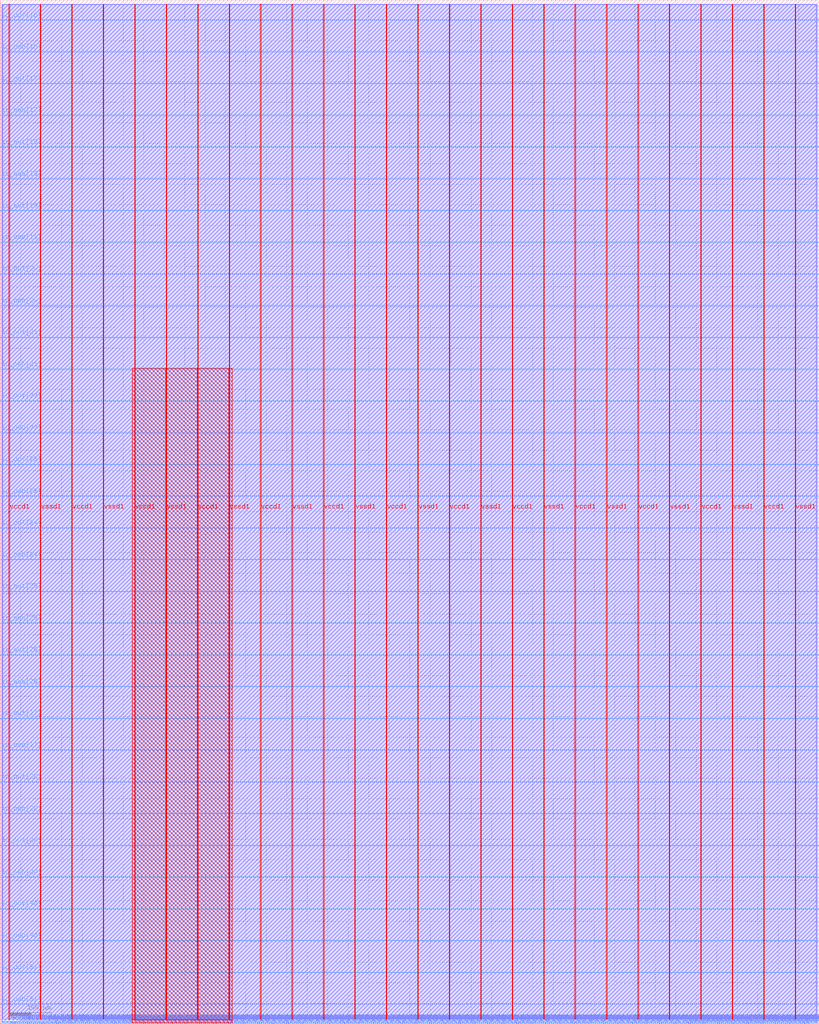
<source format=lef>
VERSION 5.7 ;
  NOWIREEXTENSIONATPIN ON ;
  DIVIDERCHAR "/" ;
  BUSBITCHARS "[]" ;
MACRO user_proj_datapath
  CLASS BLOCK ;
  FOREIGN user_proj_datapath ;
  ORIGIN 0.000 0.000 ;
  SIZE 2000.000 BY 2500.000 ;
  PIN io_oeb[0]
    DIRECTION OUTPUT TRISTATE ;
    USE SIGNAL ;
    PORT
      LAYER met3 ;
        RECT 1996.000 125.160 2000.000 125.760 ;
    END
  END io_oeb[0]
  PIN io_oeb[10]
    DIRECTION OUTPUT TRISTATE ;
    USE SIGNAL ;
    PORT
      LAYER met3 ;
        RECT 1996.000 1675.560 2000.000 1676.160 ;
    END
  END io_oeb[10]
  PIN io_oeb[11]
    DIRECTION OUTPUT TRISTATE ;
    USE SIGNAL ;
    PORT
      LAYER met3 ;
        RECT 1996.000 1830.600 2000.000 1831.200 ;
    END
  END io_oeb[11]
  PIN io_oeb[12]
    DIRECTION OUTPUT TRISTATE ;
    USE SIGNAL ;
    PORT
      LAYER met3 ;
        RECT 1996.000 1985.640 2000.000 1986.240 ;
    END
  END io_oeb[12]
  PIN io_oeb[13]
    DIRECTION OUTPUT TRISTATE ;
    USE SIGNAL ;
    PORT
      LAYER met3 ;
        RECT 1996.000 2140.680 2000.000 2141.280 ;
    END
  END io_oeb[13]
  PIN io_oeb[14]
    DIRECTION OUTPUT TRISTATE ;
    USE SIGNAL ;
    PORT
      LAYER met3 ;
        RECT 1996.000 2295.720 2000.000 2296.320 ;
    END
  END io_oeb[14]
  PIN io_oeb[15]
    DIRECTION OUTPUT TRISTATE ;
    USE SIGNAL ;
    PORT
      LAYER met3 ;
        RECT 1996.000 2450.760 2000.000 2451.360 ;
    END
  END io_oeb[15]
  PIN io_oeb[16]
    DIRECTION OUTPUT TRISTATE ;
    USE SIGNAL ;
    PORT
      LAYER met3 ;
        RECT 0.000 2373.240 4.000 2373.840 ;
    END
  END io_oeb[16]
  PIN io_oeb[17]
    DIRECTION OUTPUT TRISTATE ;
    USE SIGNAL ;
    PORT
      LAYER met3 ;
        RECT 0.000 2218.200 4.000 2218.800 ;
    END
  END io_oeb[17]
  PIN io_oeb[18]
    DIRECTION OUTPUT TRISTATE ;
    USE SIGNAL ;
    PORT
      LAYER met3 ;
        RECT 0.000 2063.160 4.000 2063.760 ;
    END
  END io_oeb[18]
  PIN io_oeb[19]
    DIRECTION OUTPUT TRISTATE ;
    USE SIGNAL ;
    PORT
      LAYER met3 ;
        RECT 0.000 1908.120 4.000 1908.720 ;
    END
  END io_oeb[19]
  PIN io_oeb[1]
    DIRECTION OUTPUT TRISTATE ;
    USE SIGNAL ;
    PORT
      LAYER met3 ;
        RECT 1996.000 280.200 2000.000 280.800 ;
    END
  END io_oeb[1]
  PIN io_oeb[20]
    DIRECTION OUTPUT TRISTATE ;
    USE SIGNAL ;
    PORT
      LAYER met3 ;
        RECT 0.000 1753.080 4.000 1753.680 ;
    END
  END io_oeb[20]
  PIN io_oeb[21]
    DIRECTION OUTPUT TRISTATE ;
    USE SIGNAL ;
    PORT
      LAYER met3 ;
        RECT 0.000 1598.040 4.000 1598.640 ;
    END
  END io_oeb[21]
  PIN io_oeb[22]
    DIRECTION OUTPUT TRISTATE ;
    USE SIGNAL ;
    PORT
      LAYER met3 ;
        RECT 0.000 1443.000 4.000 1443.600 ;
    END
  END io_oeb[22]
  PIN io_oeb[23]
    DIRECTION OUTPUT TRISTATE ;
    USE SIGNAL ;
    PORT
      LAYER met3 ;
        RECT 0.000 1287.960 4.000 1288.560 ;
    END
  END io_oeb[23]
  PIN io_oeb[24]
    DIRECTION OUTPUT TRISTATE ;
    USE SIGNAL ;
    PORT
      LAYER met3 ;
        RECT 0.000 1132.920 4.000 1133.520 ;
    END
  END io_oeb[24]
  PIN io_oeb[25]
    DIRECTION OUTPUT TRISTATE ;
    USE SIGNAL ;
    PORT
      LAYER met3 ;
        RECT 0.000 977.880 4.000 978.480 ;
    END
  END io_oeb[25]
  PIN io_oeb[26]
    DIRECTION OUTPUT TRISTATE ;
    USE SIGNAL ;
    PORT
      LAYER met3 ;
        RECT 0.000 822.840 4.000 823.440 ;
    END
  END io_oeb[26]
  PIN io_oeb[27]
    DIRECTION OUTPUT TRISTATE ;
    USE SIGNAL ;
    PORT
      LAYER met3 ;
        RECT 0.000 667.800 4.000 668.400 ;
    END
  END io_oeb[27]
  PIN io_oeb[28]
    DIRECTION OUTPUT TRISTATE ;
    USE SIGNAL ;
    PORT
      LAYER met3 ;
        RECT 0.000 512.760 4.000 513.360 ;
    END
  END io_oeb[28]
  PIN io_oeb[29]
    DIRECTION OUTPUT TRISTATE ;
    USE SIGNAL ;
    PORT
      LAYER met3 ;
        RECT 0.000 357.720 4.000 358.320 ;
    END
  END io_oeb[29]
  PIN io_oeb[2]
    DIRECTION OUTPUT TRISTATE ;
    USE SIGNAL ;
    PORT
      LAYER met3 ;
        RECT 1996.000 435.240 2000.000 435.840 ;
    END
  END io_oeb[2]
  PIN io_oeb[30]
    DIRECTION OUTPUT TRISTATE ;
    USE SIGNAL ;
    PORT
      LAYER met3 ;
        RECT 0.000 202.680 4.000 203.280 ;
    END
  END io_oeb[30]
  PIN io_oeb[31]
    DIRECTION OUTPUT TRISTATE ;
    USE SIGNAL ;
    PORT
      LAYER met3 ;
        RECT 0.000 47.640 4.000 48.240 ;
    END
  END io_oeb[31]
  PIN io_oeb[3]
    DIRECTION OUTPUT TRISTATE ;
    USE SIGNAL ;
    PORT
      LAYER met3 ;
        RECT 1996.000 590.280 2000.000 590.880 ;
    END
  END io_oeb[3]
  PIN io_oeb[4]
    DIRECTION OUTPUT TRISTATE ;
    USE SIGNAL ;
    PORT
      LAYER met3 ;
        RECT 1996.000 745.320 2000.000 745.920 ;
    END
  END io_oeb[4]
  PIN io_oeb[5]
    DIRECTION OUTPUT TRISTATE ;
    USE SIGNAL ;
    PORT
      LAYER met3 ;
        RECT 1996.000 900.360 2000.000 900.960 ;
    END
  END io_oeb[5]
  PIN io_oeb[6]
    DIRECTION OUTPUT TRISTATE ;
    USE SIGNAL ;
    PORT
      LAYER met3 ;
        RECT 1996.000 1055.400 2000.000 1056.000 ;
    END
  END io_oeb[6]
  PIN io_oeb[7]
    DIRECTION OUTPUT TRISTATE ;
    USE SIGNAL ;
    PORT
      LAYER met3 ;
        RECT 1996.000 1210.440 2000.000 1211.040 ;
    END
  END io_oeb[7]
  PIN io_oeb[8]
    DIRECTION OUTPUT TRISTATE ;
    USE SIGNAL ;
    PORT
      LAYER met3 ;
        RECT 1996.000 1365.480 2000.000 1366.080 ;
    END
  END io_oeb[8]
  PIN io_oeb[9]
    DIRECTION OUTPUT TRISTATE ;
    USE SIGNAL ;
    PORT
      LAYER met3 ;
        RECT 1996.000 1520.520 2000.000 1521.120 ;
    END
  END io_oeb[9]
  PIN io_out[0]
    DIRECTION OUTPUT TRISTATE ;
    USE SIGNAL ;
    ANTENNADIFFAREA 2.673000 ;
    PORT
      LAYER met3 ;
        RECT 1996.000 47.640 2000.000 48.240 ;
    END
  END io_out[0]
  PIN io_out[10]
    DIRECTION OUTPUT TRISTATE ;
    USE SIGNAL ;
    ANTENNADIFFAREA 2.673000 ;
    PORT
      LAYER met3 ;
        RECT 1996.000 1598.040 2000.000 1598.640 ;
    END
  END io_out[10]
  PIN io_out[11]
    DIRECTION OUTPUT TRISTATE ;
    USE SIGNAL ;
    ANTENNADIFFAREA 2.673000 ;
    PORT
      LAYER met3 ;
        RECT 1996.000 1753.080 2000.000 1753.680 ;
    END
  END io_out[11]
  PIN io_out[12]
    DIRECTION OUTPUT TRISTATE ;
    USE SIGNAL ;
    ANTENNADIFFAREA 2.673000 ;
    PORT
      LAYER met3 ;
        RECT 1996.000 1908.120 2000.000 1908.720 ;
    END
  END io_out[12]
  PIN io_out[13]
    DIRECTION OUTPUT TRISTATE ;
    USE SIGNAL ;
    ANTENNADIFFAREA 2.673000 ;
    PORT
      LAYER met3 ;
        RECT 1996.000 2063.160 2000.000 2063.760 ;
    END
  END io_out[13]
  PIN io_out[14]
    DIRECTION OUTPUT TRISTATE ;
    USE SIGNAL ;
    ANTENNADIFFAREA 2.673000 ;
    PORT
      LAYER met3 ;
        RECT 1996.000 2218.200 2000.000 2218.800 ;
    END
  END io_out[14]
  PIN io_out[15]
    DIRECTION OUTPUT TRISTATE ;
    USE SIGNAL ;
    ANTENNADIFFAREA 2.673000 ;
    PORT
      LAYER met3 ;
        RECT 1996.000 2373.240 2000.000 2373.840 ;
    END
  END io_out[15]
  PIN io_out[16]
    DIRECTION OUTPUT TRISTATE ;
    USE SIGNAL ;
    ANTENNADIFFAREA 2.673000 ;
    PORT
      LAYER met3 ;
        RECT 0.000 2450.760 4.000 2451.360 ;
    END
  END io_out[16]
  PIN io_out[17]
    DIRECTION OUTPUT TRISTATE ;
    USE SIGNAL ;
    ANTENNADIFFAREA 2.673000 ;
    PORT
      LAYER met3 ;
        RECT 0.000 2295.720 4.000 2296.320 ;
    END
  END io_out[17]
  PIN io_out[18]
    DIRECTION OUTPUT TRISTATE ;
    USE SIGNAL ;
    ANTENNADIFFAREA 2.673000 ;
    PORT
      LAYER met3 ;
        RECT 0.000 2140.680 4.000 2141.280 ;
    END
  END io_out[18]
  PIN io_out[19]
    DIRECTION OUTPUT TRISTATE ;
    USE SIGNAL ;
    ANTENNADIFFAREA 2.673000 ;
    PORT
      LAYER met3 ;
        RECT 0.000 1985.640 4.000 1986.240 ;
    END
  END io_out[19]
  PIN io_out[1]
    DIRECTION OUTPUT TRISTATE ;
    USE SIGNAL ;
    ANTENNADIFFAREA 2.673000 ;
    PORT
      LAYER met3 ;
        RECT 1996.000 202.680 2000.000 203.280 ;
    END
  END io_out[1]
  PIN io_out[20]
    DIRECTION OUTPUT TRISTATE ;
    USE SIGNAL ;
    ANTENNADIFFAREA 2.673000 ;
    PORT
      LAYER met3 ;
        RECT 0.000 1830.600 4.000 1831.200 ;
    END
  END io_out[20]
  PIN io_out[21]
    DIRECTION OUTPUT TRISTATE ;
    USE SIGNAL ;
    ANTENNADIFFAREA 2.673000 ;
    PORT
      LAYER met3 ;
        RECT 0.000 1675.560 4.000 1676.160 ;
    END
  END io_out[21]
  PIN io_out[22]
    DIRECTION OUTPUT TRISTATE ;
    USE SIGNAL ;
    ANTENNADIFFAREA 2.673000 ;
    PORT
      LAYER met3 ;
        RECT 0.000 1520.520 4.000 1521.120 ;
    END
  END io_out[22]
  PIN io_out[23]
    DIRECTION OUTPUT TRISTATE ;
    USE SIGNAL ;
    ANTENNADIFFAREA 2.673000 ;
    PORT
      LAYER met3 ;
        RECT 0.000 1365.480 4.000 1366.080 ;
    END
  END io_out[23]
  PIN io_out[24]
    DIRECTION OUTPUT TRISTATE ;
    USE SIGNAL ;
    ANTENNADIFFAREA 2.673000 ;
    PORT
      LAYER met3 ;
        RECT 0.000 1210.440 4.000 1211.040 ;
    END
  END io_out[24]
  PIN io_out[25]
    DIRECTION OUTPUT TRISTATE ;
    USE SIGNAL ;
    ANTENNADIFFAREA 2.673000 ;
    PORT
      LAYER met3 ;
        RECT 0.000 1055.400 4.000 1056.000 ;
    END
  END io_out[25]
  PIN io_out[26]
    DIRECTION OUTPUT TRISTATE ;
    USE SIGNAL ;
    ANTENNADIFFAREA 2.673000 ;
    PORT
      LAYER met3 ;
        RECT 0.000 900.360 4.000 900.960 ;
    END
  END io_out[26]
  PIN io_out[27]
    DIRECTION OUTPUT TRISTATE ;
    USE SIGNAL ;
    ANTENNADIFFAREA 2.673000 ;
    PORT
      LAYER met3 ;
        RECT 0.000 745.320 4.000 745.920 ;
    END
  END io_out[27]
  PIN io_out[28]
    DIRECTION OUTPUT TRISTATE ;
    USE SIGNAL ;
    ANTENNADIFFAREA 2.673000 ;
    PORT
      LAYER met3 ;
        RECT 0.000 590.280 4.000 590.880 ;
    END
  END io_out[28]
  PIN io_out[29]
    DIRECTION OUTPUT TRISTATE ;
    USE SIGNAL ;
    ANTENNADIFFAREA 2.673000 ;
    PORT
      LAYER met3 ;
        RECT 0.000 435.240 4.000 435.840 ;
    END
  END io_out[29]
  PIN io_out[2]
    DIRECTION OUTPUT TRISTATE ;
    USE SIGNAL ;
    ANTENNADIFFAREA 2.673000 ;
    PORT
      LAYER met3 ;
        RECT 1996.000 357.720 2000.000 358.320 ;
    END
  END io_out[2]
  PIN io_out[30]
    DIRECTION OUTPUT TRISTATE ;
    USE SIGNAL ;
    ANTENNADIFFAREA 2.673000 ;
    PORT
      LAYER met3 ;
        RECT 0.000 280.200 4.000 280.800 ;
    END
  END io_out[30]
  PIN io_out[31]
    DIRECTION OUTPUT TRISTATE ;
    USE SIGNAL ;
    ANTENNADIFFAREA 2.673000 ;
    PORT
      LAYER met3 ;
        RECT 0.000 125.160 4.000 125.760 ;
    END
  END io_out[31]
  PIN io_out[3]
    DIRECTION OUTPUT TRISTATE ;
    USE SIGNAL ;
    ANTENNADIFFAREA 2.673000 ;
    PORT
      LAYER met3 ;
        RECT 1996.000 512.760 2000.000 513.360 ;
    END
  END io_out[3]
  PIN io_out[4]
    DIRECTION OUTPUT TRISTATE ;
    USE SIGNAL ;
    ANTENNADIFFAREA 2.673000 ;
    PORT
      LAYER met3 ;
        RECT 1996.000 667.800 2000.000 668.400 ;
    END
  END io_out[4]
  PIN io_out[5]
    DIRECTION OUTPUT TRISTATE ;
    USE SIGNAL ;
    ANTENNADIFFAREA 2.673000 ;
    PORT
      LAYER met3 ;
        RECT 1996.000 822.840 2000.000 823.440 ;
    END
  END io_out[5]
  PIN io_out[6]
    DIRECTION OUTPUT TRISTATE ;
    USE SIGNAL ;
    ANTENNADIFFAREA 2.673000 ;
    PORT
      LAYER met3 ;
        RECT 1996.000 977.880 2000.000 978.480 ;
    END
  END io_out[6]
  PIN io_out[7]
    DIRECTION OUTPUT TRISTATE ;
    USE SIGNAL ;
    ANTENNADIFFAREA 2.673000 ;
    PORT
      LAYER met3 ;
        RECT 1996.000 1132.920 2000.000 1133.520 ;
    END
  END io_out[7]
  PIN io_out[8]
    DIRECTION OUTPUT TRISTATE ;
    USE SIGNAL ;
    ANTENNADIFFAREA 2.673000 ;
    PORT
      LAYER met3 ;
        RECT 1996.000 1287.960 2000.000 1288.560 ;
    END
  END io_out[8]
  PIN io_out[9]
    DIRECTION OUTPUT TRISTATE ;
    USE SIGNAL ;
    ANTENNADIFFAREA 2.673000 ;
    PORT
      LAYER met3 ;
        RECT 1996.000 1443.000 2000.000 1443.600 ;
    END
  END io_out[9]
  PIN la_data_in[0]
    DIRECTION INPUT ;
    USE SIGNAL ;
    ANTENNAGATEAREA 0.126000 ;
    PORT
      LAYER met2 ;
        RECT 35.970 0.000 36.250 4.000 ;
    END
  END la_data_in[0]
  PIN la_data_in[100]
    DIRECTION INPUT ;
    USE SIGNAL ;
    PORT
      LAYER met2 ;
        RECT 1553.970 0.000 1554.250 4.000 ;
    END
  END la_data_in[100]
  PIN la_data_in[101]
    DIRECTION INPUT ;
    USE SIGNAL ;
    PORT
      LAYER met2 ;
        RECT 1569.150 0.000 1569.430 4.000 ;
    END
  END la_data_in[101]
  PIN la_data_in[102]
    DIRECTION INPUT ;
    USE SIGNAL ;
    PORT
      LAYER met2 ;
        RECT 1584.330 0.000 1584.610 4.000 ;
    END
  END la_data_in[102]
  PIN la_data_in[103]
    DIRECTION INPUT ;
    USE SIGNAL ;
    PORT
      LAYER met2 ;
        RECT 1599.510 0.000 1599.790 4.000 ;
    END
  END la_data_in[103]
  PIN la_data_in[104]
    DIRECTION INPUT ;
    USE SIGNAL ;
    PORT
      LAYER met2 ;
        RECT 1614.690 0.000 1614.970 4.000 ;
    END
  END la_data_in[104]
  PIN la_data_in[105]
    DIRECTION INPUT ;
    USE SIGNAL ;
    PORT
      LAYER met2 ;
        RECT 1629.870 0.000 1630.150 4.000 ;
    END
  END la_data_in[105]
  PIN la_data_in[106]
    DIRECTION INPUT ;
    USE SIGNAL ;
    PORT
      LAYER met2 ;
        RECT 1645.050 0.000 1645.330 4.000 ;
    END
  END la_data_in[106]
  PIN la_data_in[107]
    DIRECTION INPUT ;
    USE SIGNAL ;
    PORT
      LAYER met2 ;
        RECT 1660.230 0.000 1660.510 4.000 ;
    END
  END la_data_in[107]
  PIN la_data_in[108]
    DIRECTION INPUT ;
    USE SIGNAL ;
    PORT
      LAYER met2 ;
        RECT 1675.410 0.000 1675.690 4.000 ;
    END
  END la_data_in[108]
  PIN la_data_in[109]
    DIRECTION INPUT ;
    USE SIGNAL ;
    PORT
      LAYER met2 ;
        RECT 1690.590 0.000 1690.870 4.000 ;
    END
  END la_data_in[109]
  PIN la_data_in[10]
    DIRECTION INPUT ;
    USE SIGNAL ;
    ANTENNAGATEAREA 0.126000 ;
    PORT
      LAYER met2 ;
        RECT 187.770 0.000 188.050 4.000 ;
    END
  END la_data_in[10]
  PIN la_data_in[110]
    DIRECTION INPUT ;
    USE SIGNAL ;
    PORT
      LAYER met2 ;
        RECT 1705.770 0.000 1706.050 4.000 ;
    END
  END la_data_in[110]
  PIN la_data_in[111]
    DIRECTION INPUT ;
    USE SIGNAL ;
    PORT
      LAYER met2 ;
        RECT 1720.950 0.000 1721.230 4.000 ;
    END
  END la_data_in[111]
  PIN la_data_in[112]
    DIRECTION INPUT ;
    USE SIGNAL ;
    PORT
      LAYER met2 ;
        RECT 1736.130 0.000 1736.410 4.000 ;
    END
  END la_data_in[112]
  PIN la_data_in[113]
    DIRECTION INPUT ;
    USE SIGNAL ;
    PORT
      LAYER met2 ;
        RECT 1751.310 0.000 1751.590 4.000 ;
    END
  END la_data_in[113]
  PIN la_data_in[114]
    DIRECTION INPUT ;
    USE SIGNAL ;
    PORT
      LAYER met2 ;
        RECT 1766.490 0.000 1766.770 4.000 ;
    END
  END la_data_in[114]
  PIN la_data_in[115]
    DIRECTION INPUT ;
    USE SIGNAL ;
    PORT
      LAYER met2 ;
        RECT 1781.670 0.000 1781.950 4.000 ;
    END
  END la_data_in[115]
  PIN la_data_in[116]
    DIRECTION INPUT ;
    USE SIGNAL ;
    PORT
      LAYER met2 ;
        RECT 1796.850 0.000 1797.130 4.000 ;
    END
  END la_data_in[116]
  PIN la_data_in[117]
    DIRECTION INPUT ;
    USE SIGNAL ;
    PORT
      LAYER met2 ;
        RECT 1812.030 0.000 1812.310 4.000 ;
    END
  END la_data_in[117]
  PIN la_data_in[118]
    DIRECTION INPUT ;
    USE SIGNAL ;
    PORT
      LAYER met2 ;
        RECT 1827.210 0.000 1827.490 4.000 ;
    END
  END la_data_in[118]
  PIN la_data_in[119]
    DIRECTION INPUT ;
    USE SIGNAL ;
    PORT
      LAYER met2 ;
        RECT 1842.390 0.000 1842.670 4.000 ;
    END
  END la_data_in[119]
  PIN la_data_in[11]
    DIRECTION INPUT ;
    USE SIGNAL ;
    ANTENNAGATEAREA 0.126000 ;
    PORT
      LAYER met2 ;
        RECT 202.950 0.000 203.230 4.000 ;
    END
  END la_data_in[11]
  PIN la_data_in[120]
    DIRECTION INPUT ;
    USE SIGNAL ;
    PORT
      LAYER met2 ;
        RECT 1857.570 0.000 1857.850 4.000 ;
    END
  END la_data_in[120]
  PIN la_data_in[121]
    DIRECTION INPUT ;
    USE SIGNAL ;
    PORT
      LAYER met2 ;
        RECT 1872.750 0.000 1873.030 4.000 ;
    END
  END la_data_in[121]
  PIN la_data_in[122]
    DIRECTION INPUT ;
    USE SIGNAL ;
    PORT
      LAYER met2 ;
        RECT 1887.930 0.000 1888.210 4.000 ;
    END
  END la_data_in[122]
  PIN la_data_in[123]
    DIRECTION INPUT ;
    USE SIGNAL ;
    PORT
      LAYER met2 ;
        RECT 1903.110 0.000 1903.390 4.000 ;
    END
  END la_data_in[123]
  PIN la_data_in[124]
    DIRECTION INPUT ;
    USE SIGNAL ;
    PORT
      LAYER met2 ;
        RECT 1918.290 0.000 1918.570 4.000 ;
    END
  END la_data_in[124]
  PIN la_data_in[125]
    DIRECTION INPUT ;
    USE SIGNAL ;
    PORT
      LAYER met2 ;
        RECT 1933.470 0.000 1933.750 4.000 ;
    END
  END la_data_in[125]
  PIN la_data_in[126]
    DIRECTION INPUT ;
    USE SIGNAL ;
    PORT
      LAYER met2 ;
        RECT 1948.650 0.000 1948.930 4.000 ;
    END
  END la_data_in[126]
  PIN la_data_in[127]
    DIRECTION INPUT ;
    USE SIGNAL ;
    PORT
      LAYER met2 ;
        RECT 1963.830 0.000 1964.110 4.000 ;
    END
  END la_data_in[127]
  PIN la_data_in[12]
    DIRECTION INPUT ;
    USE SIGNAL ;
    ANTENNAGATEAREA 0.126000 ;
    PORT
      LAYER met2 ;
        RECT 218.130 0.000 218.410 4.000 ;
    END
  END la_data_in[12]
  PIN la_data_in[13]
    DIRECTION INPUT ;
    USE SIGNAL ;
    ANTENNAGATEAREA 0.126000 ;
    PORT
      LAYER met2 ;
        RECT 233.310 0.000 233.590 4.000 ;
    END
  END la_data_in[13]
  PIN la_data_in[14]
    DIRECTION INPUT ;
    USE SIGNAL ;
    ANTENNAGATEAREA 0.126000 ;
    PORT
      LAYER met2 ;
        RECT 248.490 0.000 248.770 4.000 ;
    END
  END la_data_in[14]
  PIN la_data_in[15]
    DIRECTION INPUT ;
    USE SIGNAL ;
    ANTENNAGATEAREA 0.126000 ;
    PORT
      LAYER met2 ;
        RECT 263.670 0.000 263.950 4.000 ;
    END
  END la_data_in[15]
  PIN la_data_in[16]
    DIRECTION INPUT ;
    USE SIGNAL ;
    ANTENNAGATEAREA 0.126000 ;
    PORT
      LAYER met2 ;
        RECT 278.850 0.000 279.130 4.000 ;
    END
  END la_data_in[16]
  PIN la_data_in[17]
    DIRECTION INPUT ;
    USE SIGNAL ;
    ANTENNAGATEAREA 0.126000 ;
    PORT
      LAYER met2 ;
        RECT 294.030 0.000 294.310 4.000 ;
    END
  END la_data_in[17]
  PIN la_data_in[18]
    DIRECTION INPUT ;
    USE SIGNAL ;
    ANTENNAGATEAREA 0.126000 ;
    PORT
      LAYER met2 ;
        RECT 309.210 0.000 309.490 4.000 ;
    END
  END la_data_in[18]
  PIN la_data_in[19]
    DIRECTION INPUT ;
    USE SIGNAL ;
    ANTENNAGATEAREA 0.126000 ;
    PORT
      LAYER met2 ;
        RECT 324.390 0.000 324.670 4.000 ;
    END
  END la_data_in[19]
  PIN la_data_in[1]
    DIRECTION INPUT ;
    USE SIGNAL ;
    ANTENNAGATEAREA 0.126000 ;
    PORT
      LAYER met2 ;
        RECT 51.150 0.000 51.430 4.000 ;
    END
  END la_data_in[1]
  PIN la_data_in[20]
    DIRECTION INPUT ;
    USE SIGNAL ;
    ANTENNAGATEAREA 0.126000 ;
    PORT
      LAYER met2 ;
        RECT 339.570 0.000 339.850 4.000 ;
    END
  END la_data_in[20]
  PIN la_data_in[21]
    DIRECTION INPUT ;
    USE SIGNAL ;
    ANTENNAGATEAREA 0.990000 ;
    PORT
      LAYER met2 ;
        RECT 354.750 0.000 355.030 4.000 ;
    END
  END la_data_in[21]
  PIN la_data_in[22]
    DIRECTION INPUT ;
    USE SIGNAL ;
    ANTENNAGATEAREA 0.990000 ;
    PORT
      LAYER met2 ;
        RECT 369.930 0.000 370.210 4.000 ;
    END
  END la_data_in[22]
  PIN la_data_in[23]
    DIRECTION INPUT ;
    USE SIGNAL ;
    ANTENNAGATEAREA 0.196500 ;
    PORT
      LAYER met2 ;
        RECT 385.110 0.000 385.390 4.000 ;
    END
  END la_data_in[23]
  PIN la_data_in[24]
    DIRECTION INPUT ;
    USE SIGNAL ;
    ANTENNAGATEAREA 0.196500 ;
    PORT
      LAYER met2 ;
        RECT 400.290 0.000 400.570 4.000 ;
    END
  END la_data_in[24]
  PIN la_data_in[25]
    DIRECTION INPUT ;
    USE SIGNAL ;
    ANTENNAGATEAREA 0.247500 ;
    PORT
      LAYER met2 ;
        RECT 415.470 0.000 415.750 4.000 ;
    END
  END la_data_in[25]
  PIN la_data_in[26]
    DIRECTION INPUT ;
    USE SIGNAL ;
    ANTENNAGATEAREA 0.247500 ;
    PORT
      LAYER met2 ;
        RECT 430.650 0.000 430.930 4.000 ;
    END
  END la_data_in[26]
  PIN la_data_in[27]
    DIRECTION INPUT ;
    USE SIGNAL ;
    ANTENNAGATEAREA 0.495000 ;
    PORT
      LAYER met2 ;
        RECT 445.830 0.000 446.110 4.000 ;
    END
  END la_data_in[27]
  PIN la_data_in[28]
    DIRECTION INPUT ;
    USE SIGNAL ;
    ANTENNAGATEAREA 0.426000 ;
    PORT
      LAYER met2 ;
        RECT 461.010 0.000 461.290 4.000 ;
    END
  END la_data_in[28]
  PIN la_data_in[29]
    DIRECTION INPUT ;
    USE SIGNAL ;
    ANTENNAGATEAREA 0.196500 ;
    PORT
      LAYER met2 ;
        RECT 476.190 0.000 476.470 4.000 ;
    END
  END la_data_in[29]
  PIN la_data_in[2]
    DIRECTION INPUT ;
    USE SIGNAL ;
    ANTENNAGATEAREA 0.126000 ;
    PORT
      LAYER met2 ;
        RECT 66.330 0.000 66.610 4.000 ;
    END
  END la_data_in[2]
  PIN la_data_in[30]
    DIRECTION INPUT ;
    USE SIGNAL ;
    ANTENNAGATEAREA 0.126000 ;
    PORT
      LAYER met2 ;
        RECT 491.370 0.000 491.650 4.000 ;
    END
  END la_data_in[30]
  PIN la_data_in[31]
    DIRECTION INPUT ;
    USE SIGNAL ;
    ANTENNAGATEAREA 0.126000 ;
    PORT
      LAYER met2 ;
        RECT 506.550 0.000 506.830 4.000 ;
    END
  END la_data_in[31]
  PIN la_data_in[32]
    DIRECTION INPUT ;
    USE SIGNAL ;
    ANTENNAGATEAREA 0.126000 ;
    PORT
      LAYER met2 ;
        RECT 521.730 0.000 522.010 4.000 ;
    END
  END la_data_in[32]
  PIN la_data_in[33]
    DIRECTION INPUT ;
    USE SIGNAL ;
    PORT
      LAYER met2 ;
        RECT 536.910 0.000 537.190 4.000 ;
    END
  END la_data_in[33]
  PIN la_data_in[34]
    DIRECTION INPUT ;
    USE SIGNAL ;
    PORT
      LAYER met2 ;
        RECT 552.090 0.000 552.370 4.000 ;
    END
  END la_data_in[34]
  PIN la_data_in[35]
    DIRECTION INPUT ;
    USE SIGNAL ;
    PORT
      LAYER met2 ;
        RECT 567.270 0.000 567.550 4.000 ;
    END
  END la_data_in[35]
  PIN la_data_in[36]
    DIRECTION INPUT ;
    USE SIGNAL ;
    PORT
      LAYER met2 ;
        RECT 582.450 0.000 582.730 4.000 ;
    END
  END la_data_in[36]
  PIN la_data_in[37]
    DIRECTION INPUT ;
    USE SIGNAL ;
    PORT
      LAYER met2 ;
        RECT 597.630 0.000 597.910 4.000 ;
    END
  END la_data_in[37]
  PIN la_data_in[38]
    DIRECTION INPUT ;
    USE SIGNAL ;
    PORT
      LAYER met2 ;
        RECT 612.810 0.000 613.090 4.000 ;
    END
  END la_data_in[38]
  PIN la_data_in[39]
    DIRECTION INPUT ;
    USE SIGNAL ;
    PORT
      LAYER met2 ;
        RECT 627.990 0.000 628.270 4.000 ;
    END
  END la_data_in[39]
  PIN la_data_in[3]
    DIRECTION INPUT ;
    USE SIGNAL ;
    ANTENNAGATEAREA 0.126000 ;
    PORT
      LAYER met2 ;
        RECT 81.510 0.000 81.790 4.000 ;
    END
  END la_data_in[3]
  PIN la_data_in[40]
    DIRECTION INPUT ;
    USE SIGNAL ;
    PORT
      LAYER met2 ;
        RECT 643.170 0.000 643.450 4.000 ;
    END
  END la_data_in[40]
  PIN la_data_in[41]
    DIRECTION INPUT ;
    USE SIGNAL ;
    PORT
      LAYER met2 ;
        RECT 658.350 0.000 658.630 4.000 ;
    END
  END la_data_in[41]
  PIN la_data_in[42]
    DIRECTION INPUT ;
    USE SIGNAL ;
    PORT
      LAYER met2 ;
        RECT 673.530 0.000 673.810 4.000 ;
    END
  END la_data_in[42]
  PIN la_data_in[43]
    DIRECTION INPUT ;
    USE SIGNAL ;
    PORT
      LAYER met2 ;
        RECT 688.710 0.000 688.990 4.000 ;
    END
  END la_data_in[43]
  PIN la_data_in[44]
    DIRECTION INPUT ;
    USE SIGNAL ;
    PORT
      LAYER met2 ;
        RECT 703.890 0.000 704.170 4.000 ;
    END
  END la_data_in[44]
  PIN la_data_in[45]
    DIRECTION INPUT ;
    USE SIGNAL ;
    PORT
      LAYER met2 ;
        RECT 719.070 0.000 719.350 4.000 ;
    END
  END la_data_in[45]
  PIN la_data_in[46]
    DIRECTION INPUT ;
    USE SIGNAL ;
    PORT
      LAYER met2 ;
        RECT 734.250 0.000 734.530 4.000 ;
    END
  END la_data_in[46]
  PIN la_data_in[47]
    DIRECTION INPUT ;
    USE SIGNAL ;
    PORT
      LAYER met2 ;
        RECT 749.430 0.000 749.710 4.000 ;
    END
  END la_data_in[47]
  PIN la_data_in[48]
    DIRECTION INPUT ;
    USE SIGNAL ;
    PORT
      LAYER met2 ;
        RECT 764.610 0.000 764.890 4.000 ;
    END
  END la_data_in[48]
  PIN la_data_in[49]
    DIRECTION INPUT ;
    USE SIGNAL ;
    PORT
      LAYER met2 ;
        RECT 779.790 0.000 780.070 4.000 ;
    END
  END la_data_in[49]
  PIN la_data_in[4]
    DIRECTION INPUT ;
    USE SIGNAL ;
    ANTENNAGATEAREA 0.126000 ;
    PORT
      LAYER met2 ;
        RECT 96.690 0.000 96.970 4.000 ;
    END
  END la_data_in[4]
  PIN la_data_in[50]
    DIRECTION INPUT ;
    USE SIGNAL ;
    PORT
      LAYER met2 ;
        RECT 794.970 0.000 795.250 4.000 ;
    END
  END la_data_in[50]
  PIN la_data_in[51]
    DIRECTION INPUT ;
    USE SIGNAL ;
    PORT
      LAYER met2 ;
        RECT 810.150 0.000 810.430 4.000 ;
    END
  END la_data_in[51]
  PIN la_data_in[52]
    DIRECTION INPUT ;
    USE SIGNAL ;
    PORT
      LAYER met2 ;
        RECT 825.330 0.000 825.610 4.000 ;
    END
  END la_data_in[52]
  PIN la_data_in[53]
    DIRECTION INPUT ;
    USE SIGNAL ;
    PORT
      LAYER met2 ;
        RECT 840.510 0.000 840.790 4.000 ;
    END
  END la_data_in[53]
  PIN la_data_in[54]
    DIRECTION INPUT ;
    USE SIGNAL ;
    PORT
      LAYER met2 ;
        RECT 855.690 0.000 855.970 4.000 ;
    END
  END la_data_in[54]
  PIN la_data_in[55]
    DIRECTION INPUT ;
    USE SIGNAL ;
    PORT
      LAYER met2 ;
        RECT 870.870 0.000 871.150 4.000 ;
    END
  END la_data_in[55]
  PIN la_data_in[56]
    DIRECTION INPUT ;
    USE SIGNAL ;
    PORT
      LAYER met2 ;
        RECT 886.050 0.000 886.330 4.000 ;
    END
  END la_data_in[56]
  PIN la_data_in[57]
    DIRECTION INPUT ;
    USE SIGNAL ;
    PORT
      LAYER met2 ;
        RECT 901.230 0.000 901.510 4.000 ;
    END
  END la_data_in[57]
  PIN la_data_in[58]
    DIRECTION INPUT ;
    USE SIGNAL ;
    PORT
      LAYER met2 ;
        RECT 916.410 0.000 916.690 4.000 ;
    END
  END la_data_in[58]
  PIN la_data_in[59]
    DIRECTION INPUT ;
    USE SIGNAL ;
    PORT
      LAYER met2 ;
        RECT 931.590 0.000 931.870 4.000 ;
    END
  END la_data_in[59]
  PIN la_data_in[5]
    DIRECTION INPUT ;
    USE SIGNAL ;
    ANTENNAGATEAREA 0.126000 ;
    PORT
      LAYER met2 ;
        RECT 111.870 0.000 112.150 4.000 ;
    END
  END la_data_in[5]
  PIN la_data_in[60]
    DIRECTION INPUT ;
    USE SIGNAL ;
    PORT
      LAYER met2 ;
        RECT 946.770 0.000 947.050 4.000 ;
    END
  END la_data_in[60]
  PIN la_data_in[61]
    DIRECTION INPUT ;
    USE SIGNAL ;
    PORT
      LAYER met2 ;
        RECT 961.950 0.000 962.230 4.000 ;
    END
  END la_data_in[61]
  PIN la_data_in[62]
    DIRECTION INPUT ;
    USE SIGNAL ;
    PORT
      LAYER met2 ;
        RECT 977.130 0.000 977.410 4.000 ;
    END
  END la_data_in[62]
  PIN la_data_in[63]
    DIRECTION INPUT ;
    USE SIGNAL ;
    PORT
      LAYER met2 ;
        RECT 992.310 0.000 992.590 4.000 ;
    END
  END la_data_in[63]
  PIN la_data_in[64]
    DIRECTION INPUT ;
    USE SIGNAL ;
    ANTENNAGATEAREA 0.213000 ;
    PORT
      LAYER met2 ;
        RECT 1007.490 0.000 1007.770 4.000 ;
    END
  END la_data_in[64]
  PIN la_data_in[65]
    DIRECTION INPUT ;
    USE SIGNAL ;
    ANTENNAGATEAREA 0.126000 ;
    PORT
      LAYER met2 ;
        RECT 1022.670 0.000 1022.950 4.000 ;
    END
  END la_data_in[65]
  PIN la_data_in[66]
    DIRECTION INPUT ;
    USE SIGNAL ;
    PORT
      LAYER met2 ;
        RECT 1037.850 0.000 1038.130 4.000 ;
    END
  END la_data_in[66]
  PIN la_data_in[67]
    DIRECTION INPUT ;
    USE SIGNAL ;
    PORT
      LAYER met2 ;
        RECT 1053.030 0.000 1053.310 4.000 ;
    END
  END la_data_in[67]
  PIN la_data_in[68]
    DIRECTION INPUT ;
    USE SIGNAL ;
    PORT
      LAYER met2 ;
        RECT 1068.210 0.000 1068.490 4.000 ;
    END
  END la_data_in[68]
  PIN la_data_in[69]
    DIRECTION INPUT ;
    USE SIGNAL ;
    PORT
      LAYER met2 ;
        RECT 1083.390 0.000 1083.670 4.000 ;
    END
  END la_data_in[69]
  PIN la_data_in[6]
    DIRECTION INPUT ;
    USE SIGNAL ;
    ANTENNAGATEAREA 0.126000 ;
    PORT
      LAYER met2 ;
        RECT 127.050 0.000 127.330 4.000 ;
    END
  END la_data_in[6]
  PIN la_data_in[70]
    DIRECTION INPUT ;
    USE SIGNAL ;
    PORT
      LAYER met2 ;
        RECT 1098.570 0.000 1098.850 4.000 ;
    END
  END la_data_in[70]
  PIN la_data_in[71]
    DIRECTION INPUT ;
    USE SIGNAL ;
    PORT
      LAYER met2 ;
        RECT 1113.750 0.000 1114.030 4.000 ;
    END
  END la_data_in[71]
  PIN la_data_in[72]
    DIRECTION INPUT ;
    USE SIGNAL ;
    PORT
      LAYER met2 ;
        RECT 1128.930 0.000 1129.210 4.000 ;
    END
  END la_data_in[72]
  PIN la_data_in[73]
    DIRECTION INPUT ;
    USE SIGNAL ;
    PORT
      LAYER met2 ;
        RECT 1144.110 0.000 1144.390 4.000 ;
    END
  END la_data_in[73]
  PIN la_data_in[74]
    DIRECTION INPUT ;
    USE SIGNAL ;
    PORT
      LAYER met2 ;
        RECT 1159.290 0.000 1159.570 4.000 ;
    END
  END la_data_in[74]
  PIN la_data_in[75]
    DIRECTION INPUT ;
    USE SIGNAL ;
    PORT
      LAYER met2 ;
        RECT 1174.470 0.000 1174.750 4.000 ;
    END
  END la_data_in[75]
  PIN la_data_in[76]
    DIRECTION INPUT ;
    USE SIGNAL ;
    PORT
      LAYER met2 ;
        RECT 1189.650 0.000 1189.930 4.000 ;
    END
  END la_data_in[76]
  PIN la_data_in[77]
    DIRECTION INPUT ;
    USE SIGNAL ;
    PORT
      LAYER met2 ;
        RECT 1204.830 0.000 1205.110 4.000 ;
    END
  END la_data_in[77]
  PIN la_data_in[78]
    DIRECTION INPUT ;
    USE SIGNAL ;
    PORT
      LAYER met2 ;
        RECT 1220.010 0.000 1220.290 4.000 ;
    END
  END la_data_in[78]
  PIN la_data_in[79]
    DIRECTION INPUT ;
    USE SIGNAL ;
    PORT
      LAYER met2 ;
        RECT 1235.190 0.000 1235.470 4.000 ;
    END
  END la_data_in[79]
  PIN la_data_in[7]
    DIRECTION INPUT ;
    USE SIGNAL ;
    ANTENNAGATEAREA 0.126000 ;
    PORT
      LAYER met2 ;
        RECT 142.230 0.000 142.510 4.000 ;
    END
  END la_data_in[7]
  PIN la_data_in[80]
    DIRECTION INPUT ;
    USE SIGNAL ;
    PORT
      LAYER met2 ;
        RECT 1250.370 0.000 1250.650 4.000 ;
    END
  END la_data_in[80]
  PIN la_data_in[81]
    DIRECTION INPUT ;
    USE SIGNAL ;
    PORT
      LAYER met2 ;
        RECT 1265.550 0.000 1265.830 4.000 ;
    END
  END la_data_in[81]
  PIN la_data_in[82]
    DIRECTION INPUT ;
    USE SIGNAL ;
    PORT
      LAYER met2 ;
        RECT 1280.730 0.000 1281.010 4.000 ;
    END
  END la_data_in[82]
  PIN la_data_in[83]
    DIRECTION INPUT ;
    USE SIGNAL ;
    PORT
      LAYER met2 ;
        RECT 1295.910 0.000 1296.190 4.000 ;
    END
  END la_data_in[83]
  PIN la_data_in[84]
    DIRECTION INPUT ;
    USE SIGNAL ;
    PORT
      LAYER met2 ;
        RECT 1311.090 0.000 1311.370 4.000 ;
    END
  END la_data_in[84]
  PIN la_data_in[85]
    DIRECTION INPUT ;
    USE SIGNAL ;
    PORT
      LAYER met2 ;
        RECT 1326.270 0.000 1326.550 4.000 ;
    END
  END la_data_in[85]
  PIN la_data_in[86]
    DIRECTION INPUT ;
    USE SIGNAL ;
    PORT
      LAYER met2 ;
        RECT 1341.450 0.000 1341.730 4.000 ;
    END
  END la_data_in[86]
  PIN la_data_in[87]
    DIRECTION INPUT ;
    USE SIGNAL ;
    PORT
      LAYER met2 ;
        RECT 1356.630 0.000 1356.910 4.000 ;
    END
  END la_data_in[87]
  PIN la_data_in[88]
    DIRECTION INPUT ;
    USE SIGNAL ;
    PORT
      LAYER met2 ;
        RECT 1371.810 0.000 1372.090 4.000 ;
    END
  END la_data_in[88]
  PIN la_data_in[89]
    DIRECTION INPUT ;
    USE SIGNAL ;
    PORT
      LAYER met2 ;
        RECT 1386.990 0.000 1387.270 4.000 ;
    END
  END la_data_in[89]
  PIN la_data_in[8]
    DIRECTION INPUT ;
    USE SIGNAL ;
    ANTENNAGATEAREA 0.126000 ;
    PORT
      LAYER met2 ;
        RECT 157.410 0.000 157.690 4.000 ;
    END
  END la_data_in[8]
  PIN la_data_in[90]
    DIRECTION INPUT ;
    USE SIGNAL ;
    PORT
      LAYER met2 ;
        RECT 1402.170 0.000 1402.450 4.000 ;
    END
  END la_data_in[90]
  PIN la_data_in[91]
    DIRECTION INPUT ;
    USE SIGNAL ;
    PORT
      LAYER met2 ;
        RECT 1417.350 0.000 1417.630 4.000 ;
    END
  END la_data_in[91]
  PIN la_data_in[92]
    DIRECTION INPUT ;
    USE SIGNAL ;
    PORT
      LAYER met2 ;
        RECT 1432.530 0.000 1432.810 4.000 ;
    END
  END la_data_in[92]
  PIN la_data_in[93]
    DIRECTION INPUT ;
    USE SIGNAL ;
    PORT
      LAYER met2 ;
        RECT 1447.710 0.000 1447.990 4.000 ;
    END
  END la_data_in[93]
  PIN la_data_in[94]
    DIRECTION INPUT ;
    USE SIGNAL ;
    PORT
      LAYER met2 ;
        RECT 1462.890 0.000 1463.170 4.000 ;
    END
  END la_data_in[94]
  PIN la_data_in[95]
    DIRECTION INPUT ;
    USE SIGNAL ;
    PORT
      LAYER met2 ;
        RECT 1478.070 0.000 1478.350 4.000 ;
    END
  END la_data_in[95]
  PIN la_data_in[96]
    DIRECTION INPUT ;
    USE SIGNAL ;
    PORT
      LAYER met2 ;
        RECT 1493.250 0.000 1493.530 4.000 ;
    END
  END la_data_in[96]
  PIN la_data_in[97]
    DIRECTION INPUT ;
    USE SIGNAL ;
    PORT
      LAYER met2 ;
        RECT 1508.430 0.000 1508.710 4.000 ;
    END
  END la_data_in[97]
  PIN la_data_in[98]
    DIRECTION INPUT ;
    USE SIGNAL ;
    PORT
      LAYER met2 ;
        RECT 1523.610 0.000 1523.890 4.000 ;
    END
  END la_data_in[98]
  PIN la_data_in[99]
    DIRECTION INPUT ;
    USE SIGNAL ;
    PORT
      LAYER met2 ;
        RECT 1538.790 0.000 1539.070 4.000 ;
    END
  END la_data_in[99]
  PIN la_data_in[9]
    DIRECTION INPUT ;
    USE SIGNAL ;
    ANTENNAGATEAREA 0.126000 ;
    PORT
      LAYER met2 ;
        RECT 172.590 0.000 172.870 4.000 ;
    END
  END la_data_in[9]
  PIN la_data_out[0]
    DIRECTION OUTPUT TRISTATE ;
    USE SIGNAL ;
    PORT
      LAYER met2 ;
        RECT 41.030 0.000 41.310 4.000 ;
    END
  END la_data_out[0]
  PIN la_data_out[100]
    DIRECTION OUTPUT TRISTATE ;
    USE SIGNAL ;
    ANTENNADIFFAREA 2.673000 ;
    PORT
      LAYER met2 ;
        RECT 1559.030 0.000 1559.310 4.000 ;
    END
  END la_data_out[100]
  PIN la_data_out[101]
    DIRECTION OUTPUT TRISTATE ;
    USE SIGNAL ;
    ANTENNADIFFAREA 2.673000 ;
    PORT
      LAYER met2 ;
        RECT 1574.210 0.000 1574.490 4.000 ;
    END
  END la_data_out[101]
  PIN la_data_out[102]
    DIRECTION OUTPUT TRISTATE ;
    USE SIGNAL ;
    ANTENNADIFFAREA 2.673000 ;
    PORT
      LAYER met2 ;
        RECT 1589.390 0.000 1589.670 4.000 ;
    END
  END la_data_out[102]
  PIN la_data_out[103]
    DIRECTION OUTPUT TRISTATE ;
    USE SIGNAL ;
    ANTENNADIFFAREA 2.673000 ;
    PORT
      LAYER met2 ;
        RECT 1604.570 0.000 1604.850 4.000 ;
    END
  END la_data_out[103]
  PIN la_data_out[104]
    DIRECTION OUTPUT TRISTATE ;
    USE SIGNAL ;
    ANTENNADIFFAREA 2.673000 ;
    PORT
      LAYER met2 ;
        RECT 1619.750 0.000 1620.030 4.000 ;
    END
  END la_data_out[104]
  PIN la_data_out[105]
    DIRECTION OUTPUT TRISTATE ;
    USE SIGNAL ;
    ANTENNADIFFAREA 2.673000 ;
    PORT
      LAYER met2 ;
        RECT 1634.930 0.000 1635.210 4.000 ;
    END
  END la_data_out[105]
  PIN la_data_out[106]
    DIRECTION OUTPUT TRISTATE ;
    USE SIGNAL ;
    ANTENNADIFFAREA 2.673000 ;
    PORT
      LAYER met2 ;
        RECT 1650.110 0.000 1650.390 4.000 ;
    END
  END la_data_out[106]
  PIN la_data_out[107]
    DIRECTION OUTPUT TRISTATE ;
    USE SIGNAL ;
    ANTENNADIFFAREA 2.673000 ;
    PORT
      LAYER met2 ;
        RECT 1665.290 0.000 1665.570 4.000 ;
    END
  END la_data_out[107]
  PIN la_data_out[108]
    DIRECTION OUTPUT TRISTATE ;
    USE SIGNAL ;
    ANTENNADIFFAREA 2.673000 ;
    PORT
      LAYER met2 ;
        RECT 1680.470 0.000 1680.750 4.000 ;
    END
  END la_data_out[108]
  PIN la_data_out[109]
    DIRECTION OUTPUT TRISTATE ;
    USE SIGNAL ;
    ANTENNADIFFAREA 2.673000 ;
    PORT
      LAYER met2 ;
        RECT 1695.650 0.000 1695.930 4.000 ;
    END
  END la_data_out[109]
  PIN la_data_out[10]
    DIRECTION OUTPUT TRISTATE ;
    USE SIGNAL ;
    PORT
      LAYER met2 ;
        RECT 192.830 0.000 193.110 4.000 ;
    END
  END la_data_out[10]
  PIN la_data_out[110]
    DIRECTION OUTPUT TRISTATE ;
    USE SIGNAL ;
    ANTENNADIFFAREA 2.673000 ;
    PORT
      LAYER met2 ;
        RECT 1710.830 0.000 1711.110 4.000 ;
    END
  END la_data_out[110]
  PIN la_data_out[111]
    DIRECTION OUTPUT TRISTATE ;
    USE SIGNAL ;
    ANTENNADIFFAREA 2.673000 ;
    PORT
      LAYER met2 ;
        RECT 1726.010 0.000 1726.290 4.000 ;
    END
  END la_data_out[111]
  PIN la_data_out[112]
    DIRECTION OUTPUT TRISTATE ;
    USE SIGNAL ;
    ANTENNADIFFAREA 2.673000 ;
    PORT
      LAYER met2 ;
        RECT 1741.190 0.000 1741.470 4.000 ;
    END
  END la_data_out[112]
  PIN la_data_out[113]
    DIRECTION OUTPUT TRISTATE ;
    USE SIGNAL ;
    ANTENNADIFFAREA 2.673000 ;
    PORT
      LAYER met2 ;
        RECT 1756.370 0.000 1756.650 4.000 ;
    END
  END la_data_out[113]
  PIN la_data_out[114]
    DIRECTION OUTPUT TRISTATE ;
    USE SIGNAL ;
    ANTENNADIFFAREA 2.673000 ;
    PORT
      LAYER met2 ;
        RECT 1771.550 0.000 1771.830 4.000 ;
    END
  END la_data_out[114]
  PIN la_data_out[115]
    DIRECTION OUTPUT TRISTATE ;
    USE SIGNAL ;
    ANTENNADIFFAREA 2.673000 ;
    PORT
      LAYER met2 ;
        RECT 1786.730 0.000 1787.010 4.000 ;
    END
  END la_data_out[115]
  PIN la_data_out[116]
    DIRECTION OUTPUT TRISTATE ;
    USE SIGNAL ;
    ANTENNADIFFAREA 2.673000 ;
    PORT
      LAYER met2 ;
        RECT 1801.910 0.000 1802.190 4.000 ;
    END
  END la_data_out[116]
  PIN la_data_out[117]
    DIRECTION OUTPUT TRISTATE ;
    USE SIGNAL ;
    ANTENNADIFFAREA 2.673000 ;
    PORT
      LAYER met2 ;
        RECT 1817.090 0.000 1817.370 4.000 ;
    END
  END la_data_out[117]
  PIN la_data_out[118]
    DIRECTION OUTPUT TRISTATE ;
    USE SIGNAL ;
    ANTENNADIFFAREA 2.673000 ;
    PORT
      LAYER met2 ;
        RECT 1832.270 0.000 1832.550 4.000 ;
    END
  END la_data_out[118]
  PIN la_data_out[119]
    DIRECTION OUTPUT TRISTATE ;
    USE SIGNAL ;
    ANTENNADIFFAREA 2.673000 ;
    PORT
      LAYER met2 ;
        RECT 1847.450 0.000 1847.730 4.000 ;
    END
  END la_data_out[119]
  PIN la_data_out[11]
    DIRECTION OUTPUT TRISTATE ;
    USE SIGNAL ;
    PORT
      LAYER met2 ;
        RECT 208.010 0.000 208.290 4.000 ;
    END
  END la_data_out[11]
  PIN la_data_out[120]
    DIRECTION OUTPUT TRISTATE ;
    USE SIGNAL ;
    ANTENNADIFFAREA 2.673000 ;
    PORT
      LAYER met2 ;
        RECT 1862.630 0.000 1862.910 4.000 ;
    END
  END la_data_out[120]
  PIN la_data_out[121]
    DIRECTION OUTPUT TRISTATE ;
    USE SIGNAL ;
    ANTENNADIFFAREA 2.673000 ;
    PORT
      LAYER met2 ;
        RECT 1877.810 0.000 1878.090 4.000 ;
    END
  END la_data_out[121]
  PIN la_data_out[122]
    DIRECTION OUTPUT TRISTATE ;
    USE SIGNAL ;
    ANTENNADIFFAREA 2.673000 ;
    PORT
      LAYER met2 ;
        RECT 1892.990 0.000 1893.270 4.000 ;
    END
  END la_data_out[122]
  PIN la_data_out[123]
    DIRECTION OUTPUT TRISTATE ;
    USE SIGNAL ;
    ANTENNADIFFAREA 2.673000 ;
    PORT
      LAYER met2 ;
        RECT 1908.170 0.000 1908.450 4.000 ;
    END
  END la_data_out[123]
  PIN la_data_out[124]
    DIRECTION OUTPUT TRISTATE ;
    USE SIGNAL ;
    ANTENNADIFFAREA 2.673000 ;
    PORT
      LAYER met2 ;
        RECT 1923.350 0.000 1923.630 4.000 ;
    END
  END la_data_out[124]
  PIN la_data_out[125]
    DIRECTION OUTPUT TRISTATE ;
    USE SIGNAL ;
    ANTENNADIFFAREA 2.673000 ;
    PORT
      LAYER met2 ;
        RECT 1938.530 0.000 1938.810 4.000 ;
    END
  END la_data_out[125]
  PIN la_data_out[126]
    DIRECTION OUTPUT TRISTATE ;
    USE SIGNAL ;
    ANTENNADIFFAREA 2.673000 ;
    PORT
      LAYER met2 ;
        RECT 1953.710 0.000 1953.990 4.000 ;
    END
  END la_data_out[126]
  PIN la_data_out[127]
    DIRECTION OUTPUT TRISTATE ;
    USE SIGNAL ;
    ANTENNADIFFAREA 2.673000 ;
    PORT
      LAYER met2 ;
        RECT 1968.890 0.000 1969.170 4.000 ;
    END
  END la_data_out[127]
  PIN la_data_out[12]
    DIRECTION OUTPUT TRISTATE ;
    USE SIGNAL ;
    PORT
      LAYER met2 ;
        RECT 223.190 0.000 223.470 4.000 ;
    END
  END la_data_out[12]
  PIN la_data_out[13]
    DIRECTION OUTPUT TRISTATE ;
    USE SIGNAL ;
    PORT
      LAYER met2 ;
        RECT 238.370 0.000 238.650 4.000 ;
    END
  END la_data_out[13]
  PIN la_data_out[14]
    DIRECTION OUTPUT TRISTATE ;
    USE SIGNAL ;
    PORT
      LAYER met2 ;
        RECT 253.550 0.000 253.830 4.000 ;
    END
  END la_data_out[14]
  PIN la_data_out[15]
    DIRECTION OUTPUT TRISTATE ;
    USE SIGNAL ;
    PORT
      LAYER met2 ;
        RECT 268.730 0.000 269.010 4.000 ;
    END
  END la_data_out[15]
  PIN la_data_out[16]
    DIRECTION OUTPUT TRISTATE ;
    USE SIGNAL ;
    PORT
      LAYER met2 ;
        RECT 283.910 0.000 284.190 4.000 ;
    END
  END la_data_out[16]
  PIN la_data_out[17]
    DIRECTION OUTPUT TRISTATE ;
    USE SIGNAL ;
    PORT
      LAYER met2 ;
        RECT 299.090 0.000 299.370 4.000 ;
    END
  END la_data_out[17]
  PIN la_data_out[18]
    DIRECTION OUTPUT TRISTATE ;
    USE SIGNAL ;
    PORT
      LAYER met2 ;
        RECT 314.270 0.000 314.550 4.000 ;
    END
  END la_data_out[18]
  PIN la_data_out[19]
    DIRECTION OUTPUT TRISTATE ;
    USE SIGNAL ;
    PORT
      LAYER met2 ;
        RECT 329.450 0.000 329.730 4.000 ;
    END
  END la_data_out[19]
  PIN la_data_out[1]
    DIRECTION OUTPUT TRISTATE ;
    USE SIGNAL ;
    PORT
      LAYER met2 ;
        RECT 56.210 0.000 56.490 4.000 ;
    END
  END la_data_out[1]
  PIN la_data_out[20]
    DIRECTION OUTPUT TRISTATE ;
    USE SIGNAL ;
    PORT
      LAYER met2 ;
        RECT 344.630 0.000 344.910 4.000 ;
    END
  END la_data_out[20]
  PIN la_data_out[21]
    DIRECTION OUTPUT TRISTATE ;
    USE SIGNAL ;
    PORT
      LAYER met2 ;
        RECT 359.810 0.000 360.090 4.000 ;
    END
  END la_data_out[21]
  PIN la_data_out[22]
    DIRECTION OUTPUT TRISTATE ;
    USE SIGNAL ;
    PORT
      LAYER met2 ;
        RECT 374.990 0.000 375.270 4.000 ;
    END
  END la_data_out[22]
  PIN la_data_out[23]
    DIRECTION OUTPUT TRISTATE ;
    USE SIGNAL ;
    PORT
      LAYER met2 ;
        RECT 390.170 0.000 390.450 4.000 ;
    END
  END la_data_out[23]
  PIN la_data_out[24]
    DIRECTION OUTPUT TRISTATE ;
    USE SIGNAL ;
    PORT
      LAYER met2 ;
        RECT 405.350 0.000 405.630 4.000 ;
    END
  END la_data_out[24]
  PIN la_data_out[25]
    DIRECTION OUTPUT TRISTATE ;
    USE SIGNAL ;
    PORT
      LAYER met2 ;
        RECT 420.530 0.000 420.810 4.000 ;
    END
  END la_data_out[25]
  PIN la_data_out[26]
    DIRECTION OUTPUT TRISTATE ;
    USE SIGNAL ;
    PORT
      LAYER met2 ;
        RECT 435.710 0.000 435.990 4.000 ;
    END
  END la_data_out[26]
  PIN la_data_out[27]
    DIRECTION OUTPUT TRISTATE ;
    USE SIGNAL ;
    PORT
      LAYER met2 ;
        RECT 450.890 0.000 451.170 4.000 ;
    END
  END la_data_out[27]
  PIN la_data_out[28]
    DIRECTION OUTPUT TRISTATE ;
    USE SIGNAL ;
    PORT
      LAYER met2 ;
        RECT 466.070 0.000 466.350 4.000 ;
    END
  END la_data_out[28]
  PIN la_data_out[29]
    DIRECTION OUTPUT TRISTATE ;
    USE SIGNAL ;
    PORT
      LAYER met2 ;
        RECT 481.250 0.000 481.530 4.000 ;
    END
  END la_data_out[29]
  PIN la_data_out[2]
    DIRECTION OUTPUT TRISTATE ;
    USE SIGNAL ;
    PORT
      LAYER met2 ;
        RECT 71.390 0.000 71.670 4.000 ;
    END
  END la_data_out[2]
  PIN la_data_out[30]
    DIRECTION OUTPUT TRISTATE ;
    USE SIGNAL ;
    PORT
      LAYER met2 ;
        RECT 496.430 0.000 496.710 4.000 ;
    END
  END la_data_out[30]
  PIN la_data_out[31]
    DIRECTION OUTPUT TRISTATE ;
    USE SIGNAL ;
    PORT
      LAYER met2 ;
        RECT 511.610 0.000 511.890 4.000 ;
    END
  END la_data_out[31]
  PIN la_data_out[32]
    DIRECTION OUTPUT TRISTATE ;
    USE SIGNAL ;
    PORT
      LAYER met2 ;
        RECT 526.790 0.000 527.070 4.000 ;
    END
  END la_data_out[32]
  PIN la_data_out[33]
    DIRECTION OUTPUT TRISTATE ;
    USE SIGNAL ;
    PORT
      LAYER met2 ;
        RECT 541.970 0.000 542.250 4.000 ;
    END
  END la_data_out[33]
  PIN la_data_out[34]
    DIRECTION OUTPUT TRISTATE ;
    USE SIGNAL ;
    PORT
      LAYER met2 ;
        RECT 557.150 0.000 557.430 4.000 ;
    END
  END la_data_out[34]
  PIN la_data_out[35]
    DIRECTION OUTPUT TRISTATE ;
    USE SIGNAL ;
    PORT
      LAYER met2 ;
        RECT 572.330 0.000 572.610 4.000 ;
    END
  END la_data_out[35]
  PIN la_data_out[36]
    DIRECTION OUTPUT TRISTATE ;
    USE SIGNAL ;
    PORT
      LAYER met2 ;
        RECT 587.510 0.000 587.790 4.000 ;
    END
  END la_data_out[36]
  PIN la_data_out[37]
    DIRECTION OUTPUT TRISTATE ;
    USE SIGNAL ;
    PORT
      LAYER met2 ;
        RECT 602.690 0.000 602.970 4.000 ;
    END
  END la_data_out[37]
  PIN la_data_out[38]
    DIRECTION OUTPUT TRISTATE ;
    USE SIGNAL ;
    PORT
      LAYER met2 ;
        RECT 617.870 0.000 618.150 4.000 ;
    END
  END la_data_out[38]
  PIN la_data_out[39]
    DIRECTION OUTPUT TRISTATE ;
    USE SIGNAL ;
    PORT
      LAYER met2 ;
        RECT 633.050 0.000 633.330 4.000 ;
    END
  END la_data_out[39]
  PIN la_data_out[3]
    DIRECTION OUTPUT TRISTATE ;
    USE SIGNAL ;
    PORT
      LAYER met2 ;
        RECT 86.570 0.000 86.850 4.000 ;
    END
  END la_data_out[3]
  PIN la_data_out[40]
    DIRECTION OUTPUT TRISTATE ;
    USE SIGNAL ;
    PORT
      LAYER met2 ;
        RECT 648.230 0.000 648.510 4.000 ;
    END
  END la_data_out[40]
  PIN la_data_out[41]
    DIRECTION OUTPUT TRISTATE ;
    USE SIGNAL ;
    PORT
      LAYER met2 ;
        RECT 663.410 0.000 663.690 4.000 ;
    END
  END la_data_out[41]
  PIN la_data_out[42]
    DIRECTION OUTPUT TRISTATE ;
    USE SIGNAL ;
    PORT
      LAYER met2 ;
        RECT 678.590 0.000 678.870 4.000 ;
    END
  END la_data_out[42]
  PIN la_data_out[43]
    DIRECTION OUTPUT TRISTATE ;
    USE SIGNAL ;
    PORT
      LAYER met2 ;
        RECT 693.770 0.000 694.050 4.000 ;
    END
  END la_data_out[43]
  PIN la_data_out[44]
    DIRECTION OUTPUT TRISTATE ;
    USE SIGNAL ;
    PORT
      LAYER met2 ;
        RECT 708.950 0.000 709.230 4.000 ;
    END
  END la_data_out[44]
  PIN la_data_out[45]
    DIRECTION OUTPUT TRISTATE ;
    USE SIGNAL ;
    PORT
      LAYER met2 ;
        RECT 724.130 0.000 724.410 4.000 ;
    END
  END la_data_out[45]
  PIN la_data_out[46]
    DIRECTION OUTPUT TRISTATE ;
    USE SIGNAL ;
    PORT
      LAYER met2 ;
        RECT 739.310 0.000 739.590 4.000 ;
    END
  END la_data_out[46]
  PIN la_data_out[47]
    DIRECTION OUTPUT TRISTATE ;
    USE SIGNAL ;
    PORT
      LAYER met2 ;
        RECT 754.490 0.000 754.770 4.000 ;
    END
  END la_data_out[47]
  PIN la_data_out[48]
    DIRECTION OUTPUT TRISTATE ;
    USE SIGNAL ;
    PORT
      LAYER met2 ;
        RECT 769.670 0.000 769.950 4.000 ;
    END
  END la_data_out[48]
  PIN la_data_out[49]
    DIRECTION OUTPUT TRISTATE ;
    USE SIGNAL ;
    PORT
      LAYER met2 ;
        RECT 784.850 0.000 785.130 4.000 ;
    END
  END la_data_out[49]
  PIN la_data_out[4]
    DIRECTION OUTPUT TRISTATE ;
    USE SIGNAL ;
    PORT
      LAYER met2 ;
        RECT 101.750 0.000 102.030 4.000 ;
    END
  END la_data_out[4]
  PIN la_data_out[50]
    DIRECTION OUTPUT TRISTATE ;
    USE SIGNAL ;
    PORT
      LAYER met2 ;
        RECT 800.030 0.000 800.310 4.000 ;
    END
  END la_data_out[50]
  PIN la_data_out[51]
    DIRECTION OUTPUT TRISTATE ;
    USE SIGNAL ;
    PORT
      LAYER met2 ;
        RECT 815.210 0.000 815.490 4.000 ;
    END
  END la_data_out[51]
  PIN la_data_out[52]
    DIRECTION OUTPUT TRISTATE ;
    USE SIGNAL ;
    PORT
      LAYER met2 ;
        RECT 830.390 0.000 830.670 4.000 ;
    END
  END la_data_out[52]
  PIN la_data_out[53]
    DIRECTION OUTPUT TRISTATE ;
    USE SIGNAL ;
    PORT
      LAYER met2 ;
        RECT 845.570 0.000 845.850 4.000 ;
    END
  END la_data_out[53]
  PIN la_data_out[54]
    DIRECTION OUTPUT TRISTATE ;
    USE SIGNAL ;
    PORT
      LAYER met2 ;
        RECT 860.750 0.000 861.030 4.000 ;
    END
  END la_data_out[54]
  PIN la_data_out[55]
    DIRECTION OUTPUT TRISTATE ;
    USE SIGNAL ;
    PORT
      LAYER met2 ;
        RECT 875.930 0.000 876.210 4.000 ;
    END
  END la_data_out[55]
  PIN la_data_out[56]
    DIRECTION OUTPUT TRISTATE ;
    USE SIGNAL ;
    PORT
      LAYER met2 ;
        RECT 891.110 0.000 891.390 4.000 ;
    END
  END la_data_out[56]
  PIN la_data_out[57]
    DIRECTION OUTPUT TRISTATE ;
    USE SIGNAL ;
    PORT
      LAYER met2 ;
        RECT 906.290 0.000 906.570 4.000 ;
    END
  END la_data_out[57]
  PIN la_data_out[58]
    DIRECTION OUTPUT TRISTATE ;
    USE SIGNAL ;
    PORT
      LAYER met2 ;
        RECT 921.470 0.000 921.750 4.000 ;
    END
  END la_data_out[58]
  PIN la_data_out[59]
    DIRECTION OUTPUT TRISTATE ;
    USE SIGNAL ;
    PORT
      LAYER met2 ;
        RECT 936.650 0.000 936.930 4.000 ;
    END
  END la_data_out[59]
  PIN la_data_out[5]
    DIRECTION OUTPUT TRISTATE ;
    USE SIGNAL ;
    PORT
      LAYER met2 ;
        RECT 116.930 0.000 117.210 4.000 ;
    END
  END la_data_out[5]
  PIN la_data_out[60]
    DIRECTION OUTPUT TRISTATE ;
    USE SIGNAL ;
    PORT
      LAYER met2 ;
        RECT 951.830 0.000 952.110 4.000 ;
    END
  END la_data_out[60]
  PIN la_data_out[61]
    DIRECTION OUTPUT TRISTATE ;
    USE SIGNAL ;
    PORT
      LAYER met2 ;
        RECT 967.010 0.000 967.290 4.000 ;
    END
  END la_data_out[61]
  PIN la_data_out[62]
    DIRECTION OUTPUT TRISTATE ;
    USE SIGNAL ;
    PORT
      LAYER met2 ;
        RECT 982.190 0.000 982.470 4.000 ;
    END
  END la_data_out[62]
  PIN la_data_out[63]
    DIRECTION OUTPUT TRISTATE ;
    USE SIGNAL ;
    PORT
      LAYER met2 ;
        RECT 997.370 0.000 997.650 4.000 ;
    END
  END la_data_out[63]
  PIN la_data_out[64]
    DIRECTION OUTPUT TRISTATE ;
    USE SIGNAL ;
    PORT
      LAYER met2 ;
        RECT 1012.550 0.000 1012.830 4.000 ;
    END
  END la_data_out[64]
  PIN la_data_out[65]
    DIRECTION OUTPUT TRISTATE ;
    USE SIGNAL ;
    PORT
      LAYER met2 ;
        RECT 1027.730 0.000 1028.010 4.000 ;
    END
  END la_data_out[65]
  PIN la_data_out[66]
    DIRECTION OUTPUT TRISTATE ;
    USE SIGNAL ;
    PORT
      LAYER met2 ;
        RECT 1042.910 0.000 1043.190 4.000 ;
    END
  END la_data_out[66]
  PIN la_data_out[67]
    DIRECTION OUTPUT TRISTATE ;
    USE SIGNAL ;
    PORT
      LAYER met2 ;
        RECT 1058.090 0.000 1058.370 4.000 ;
    END
  END la_data_out[67]
  PIN la_data_out[68]
    DIRECTION OUTPUT TRISTATE ;
    USE SIGNAL ;
    PORT
      LAYER met2 ;
        RECT 1073.270 0.000 1073.550 4.000 ;
    END
  END la_data_out[68]
  PIN la_data_out[69]
    DIRECTION OUTPUT TRISTATE ;
    USE SIGNAL ;
    PORT
      LAYER met2 ;
        RECT 1088.450 0.000 1088.730 4.000 ;
    END
  END la_data_out[69]
  PIN la_data_out[6]
    DIRECTION OUTPUT TRISTATE ;
    USE SIGNAL ;
    PORT
      LAYER met2 ;
        RECT 132.110 0.000 132.390 4.000 ;
    END
  END la_data_out[6]
  PIN la_data_out[70]
    DIRECTION OUTPUT TRISTATE ;
    USE SIGNAL ;
    PORT
      LAYER met2 ;
        RECT 1103.630 0.000 1103.910 4.000 ;
    END
  END la_data_out[70]
  PIN la_data_out[71]
    DIRECTION OUTPUT TRISTATE ;
    USE SIGNAL ;
    PORT
      LAYER met2 ;
        RECT 1118.810 0.000 1119.090 4.000 ;
    END
  END la_data_out[71]
  PIN la_data_out[72]
    DIRECTION OUTPUT TRISTATE ;
    USE SIGNAL ;
    PORT
      LAYER met2 ;
        RECT 1133.990 0.000 1134.270 4.000 ;
    END
  END la_data_out[72]
  PIN la_data_out[73]
    DIRECTION OUTPUT TRISTATE ;
    USE SIGNAL ;
    PORT
      LAYER met2 ;
        RECT 1149.170 0.000 1149.450 4.000 ;
    END
  END la_data_out[73]
  PIN la_data_out[74]
    DIRECTION OUTPUT TRISTATE ;
    USE SIGNAL ;
    PORT
      LAYER met2 ;
        RECT 1164.350 0.000 1164.630 4.000 ;
    END
  END la_data_out[74]
  PIN la_data_out[75]
    DIRECTION OUTPUT TRISTATE ;
    USE SIGNAL ;
    PORT
      LAYER met2 ;
        RECT 1179.530 0.000 1179.810 4.000 ;
    END
  END la_data_out[75]
  PIN la_data_out[76]
    DIRECTION OUTPUT TRISTATE ;
    USE SIGNAL ;
    PORT
      LAYER met2 ;
        RECT 1194.710 0.000 1194.990 4.000 ;
    END
  END la_data_out[76]
  PIN la_data_out[77]
    DIRECTION OUTPUT TRISTATE ;
    USE SIGNAL ;
    PORT
      LAYER met2 ;
        RECT 1209.890 0.000 1210.170 4.000 ;
    END
  END la_data_out[77]
  PIN la_data_out[78]
    DIRECTION OUTPUT TRISTATE ;
    USE SIGNAL ;
    PORT
      LAYER met2 ;
        RECT 1225.070 0.000 1225.350 4.000 ;
    END
  END la_data_out[78]
  PIN la_data_out[79]
    DIRECTION OUTPUT TRISTATE ;
    USE SIGNAL ;
    PORT
      LAYER met2 ;
        RECT 1240.250 0.000 1240.530 4.000 ;
    END
  END la_data_out[79]
  PIN la_data_out[7]
    DIRECTION OUTPUT TRISTATE ;
    USE SIGNAL ;
    PORT
      LAYER met2 ;
        RECT 147.290 0.000 147.570 4.000 ;
    END
  END la_data_out[7]
  PIN la_data_out[80]
    DIRECTION OUTPUT TRISTATE ;
    USE SIGNAL ;
    PORT
      LAYER met2 ;
        RECT 1255.430 0.000 1255.710 4.000 ;
    END
  END la_data_out[80]
  PIN la_data_out[81]
    DIRECTION OUTPUT TRISTATE ;
    USE SIGNAL ;
    PORT
      LAYER met2 ;
        RECT 1270.610 0.000 1270.890 4.000 ;
    END
  END la_data_out[81]
  PIN la_data_out[82]
    DIRECTION OUTPUT TRISTATE ;
    USE SIGNAL ;
    PORT
      LAYER met2 ;
        RECT 1285.790 0.000 1286.070 4.000 ;
    END
  END la_data_out[82]
  PIN la_data_out[83]
    DIRECTION OUTPUT TRISTATE ;
    USE SIGNAL ;
    PORT
      LAYER met2 ;
        RECT 1300.970 0.000 1301.250 4.000 ;
    END
  END la_data_out[83]
  PIN la_data_out[84]
    DIRECTION OUTPUT TRISTATE ;
    USE SIGNAL ;
    PORT
      LAYER met2 ;
        RECT 1316.150 0.000 1316.430 4.000 ;
    END
  END la_data_out[84]
  PIN la_data_out[85]
    DIRECTION OUTPUT TRISTATE ;
    USE SIGNAL ;
    PORT
      LAYER met2 ;
        RECT 1331.330 0.000 1331.610 4.000 ;
    END
  END la_data_out[85]
  PIN la_data_out[86]
    DIRECTION OUTPUT TRISTATE ;
    USE SIGNAL ;
    PORT
      LAYER met2 ;
        RECT 1346.510 0.000 1346.790 4.000 ;
    END
  END la_data_out[86]
  PIN la_data_out[87]
    DIRECTION OUTPUT TRISTATE ;
    USE SIGNAL ;
    PORT
      LAYER met2 ;
        RECT 1361.690 0.000 1361.970 4.000 ;
    END
  END la_data_out[87]
  PIN la_data_out[88]
    DIRECTION OUTPUT TRISTATE ;
    USE SIGNAL ;
    PORT
      LAYER met2 ;
        RECT 1376.870 0.000 1377.150 4.000 ;
    END
  END la_data_out[88]
  PIN la_data_out[89]
    DIRECTION OUTPUT TRISTATE ;
    USE SIGNAL ;
    PORT
      LAYER met2 ;
        RECT 1392.050 0.000 1392.330 4.000 ;
    END
  END la_data_out[89]
  PIN la_data_out[8]
    DIRECTION OUTPUT TRISTATE ;
    USE SIGNAL ;
    PORT
      LAYER met2 ;
        RECT 162.470 0.000 162.750 4.000 ;
    END
  END la_data_out[8]
  PIN la_data_out[90]
    DIRECTION OUTPUT TRISTATE ;
    USE SIGNAL ;
    PORT
      LAYER met2 ;
        RECT 1407.230 0.000 1407.510 4.000 ;
    END
  END la_data_out[90]
  PIN la_data_out[91]
    DIRECTION OUTPUT TRISTATE ;
    USE SIGNAL ;
    PORT
      LAYER met2 ;
        RECT 1422.410 0.000 1422.690 4.000 ;
    END
  END la_data_out[91]
  PIN la_data_out[92]
    DIRECTION OUTPUT TRISTATE ;
    USE SIGNAL ;
    PORT
      LAYER met2 ;
        RECT 1437.590 0.000 1437.870 4.000 ;
    END
  END la_data_out[92]
  PIN la_data_out[93]
    DIRECTION OUTPUT TRISTATE ;
    USE SIGNAL ;
    PORT
      LAYER met2 ;
        RECT 1452.770 0.000 1453.050 4.000 ;
    END
  END la_data_out[93]
  PIN la_data_out[94]
    DIRECTION OUTPUT TRISTATE ;
    USE SIGNAL ;
    ANTENNADIFFAREA 2.673000 ;
    PORT
      LAYER met2 ;
        RECT 1467.950 0.000 1468.230 4.000 ;
    END
  END la_data_out[94]
  PIN la_data_out[95]
    DIRECTION OUTPUT TRISTATE ;
    USE SIGNAL ;
    ANTENNADIFFAREA 2.673000 ;
    PORT
      LAYER met2 ;
        RECT 1483.130 0.000 1483.410 4.000 ;
    END
  END la_data_out[95]
  PIN la_data_out[96]
    DIRECTION OUTPUT TRISTATE ;
    USE SIGNAL ;
    ANTENNADIFFAREA 2.673000 ;
    PORT
      LAYER met2 ;
        RECT 1498.310 0.000 1498.590 4.000 ;
    END
  END la_data_out[96]
  PIN la_data_out[97]
    DIRECTION OUTPUT TRISTATE ;
    USE SIGNAL ;
    ANTENNADIFFAREA 2.673000 ;
    PORT
      LAYER met2 ;
        RECT 1513.490 0.000 1513.770 4.000 ;
    END
  END la_data_out[97]
  PIN la_data_out[98]
    DIRECTION OUTPUT TRISTATE ;
    USE SIGNAL ;
    ANTENNADIFFAREA 2.673000 ;
    PORT
      LAYER met2 ;
        RECT 1528.670 0.000 1528.950 4.000 ;
    END
  END la_data_out[98]
  PIN la_data_out[99]
    DIRECTION OUTPUT TRISTATE ;
    USE SIGNAL ;
    ANTENNADIFFAREA 2.673000 ;
    PORT
      LAYER met2 ;
        RECT 1543.850 0.000 1544.130 4.000 ;
    END
  END la_data_out[99]
  PIN la_data_out[9]
    DIRECTION OUTPUT TRISTATE ;
    USE SIGNAL ;
    PORT
      LAYER met2 ;
        RECT 177.650 0.000 177.930 4.000 ;
    END
  END la_data_out[9]
  PIN la_oenb[0]
    DIRECTION INPUT ;
    USE SIGNAL ;
    PORT
      LAYER met2 ;
        RECT 46.090 0.000 46.370 4.000 ;
    END
  END la_oenb[0]
  PIN la_oenb[100]
    DIRECTION INPUT ;
    USE SIGNAL ;
    PORT
      LAYER met2 ;
        RECT 1564.090 0.000 1564.370 4.000 ;
    END
  END la_oenb[100]
  PIN la_oenb[101]
    DIRECTION INPUT ;
    USE SIGNAL ;
    PORT
      LAYER met2 ;
        RECT 1579.270 0.000 1579.550 4.000 ;
    END
  END la_oenb[101]
  PIN la_oenb[102]
    DIRECTION INPUT ;
    USE SIGNAL ;
    PORT
      LAYER met2 ;
        RECT 1594.450 0.000 1594.730 4.000 ;
    END
  END la_oenb[102]
  PIN la_oenb[103]
    DIRECTION INPUT ;
    USE SIGNAL ;
    PORT
      LAYER met2 ;
        RECT 1609.630 0.000 1609.910 4.000 ;
    END
  END la_oenb[103]
  PIN la_oenb[104]
    DIRECTION INPUT ;
    USE SIGNAL ;
    PORT
      LAYER met2 ;
        RECT 1624.810 0.000 1625.090 4.000 ;
    END
  END la_oenb[104]
  PIN la_oenb[105]
    DIRECTION INPUT ;
    USE SIGNAL ;
    PORT
      LAYER met2 ;
        RECT 1639.990 0.000 1640.270 4.000 ;
    END
  END la_oenb[105]
  PIN la_oenb[106]
    DIRECTION INPUT ;
    USE SIGNAL ;
    PORT
      LAYER met2 ;
        RECT 1655.170 0.000 1655.450 4.000 ;
    END
  END la_oenb[106]
  PIN la_oenb[107]
    DIRECTION INPUT ;
    USE SIGNAL ;
    PORT
      LAYER met2 ;
        RECT 1670.350 0.000 1670.630 4.000 ;
    END
  END la_oenb[107]
  PIN la_oenb[108]
    DIRECTION INPUT ;
    USE SIGNAL ;
    PORT
      LAYER met2 ;
        RECT 1685.530 0.000 1685.810 4.000 ;
    END
  END la_oenb[108]
  PIN la_oenb[109]
    DIRECTION INPUT ;
    USE SIGNAL ;
    PORT
      LAYER met2 ;
        RECT 1700.710 0.000 1700.990 4.000 ;
    END
  END la_oenb[109]
  PIN la_oenb[10]
    DIRECTION INPUT ;
    USE SIGNAL ;
    PORT
      LAYER met2 ;
        RECT 197.890 0.000 198.170 4.000 ;
    END
  END la_oenb[10]
  PIN la_oenb[110]
    DIRECTION INPUT ;
    USE SIGNAL ;
    PORT
      LAYER met2 ;
        RECT 1715.890 0.000 1716.170 4.000 ;
    END
  END la_oenb[110]
  PIN la_oenb[111]
    DIRECTION INPUT ;
    USE SIGNAL ;
    PORT
      LAYER met2 ;
        RECT 1731.070 0.000 1731.350 4.000 ;
    END
  END la_oenb[111]
  PIN la_oenb[112]
    DIRECTION INPUT ;
    USE SIGNAL ;
    PORT
      LAYER met2 ;
        RECT 1746.250 0.000 1746.530 4.000 ;
    END
  END la_oenb[112]
  PIN la_oenb[113]
    DIRECTION INPUT ;
    USE SIGNAL ;
    PORT
      LAYER met2 ;
        RECT 1761.430 0.000 1761.710 4.000 ;
    END
  END la_oenb[113]
  PIN la_oenb[114]
    DIRECTION INPUT ;
    USE SIGNAL ;
    PORT
      LAYER met2 ;
        RECT 1776.610 0.000 1776.890 4.000 ;
    END
  END la_oenb[114]
  PIN la_oenb[115]
    DIRECTION INPUT ;
    USE SIGNAL ;
    PORT
      LAYER met2 ;
        RECT 1791.790 0.000 1792.070 4.000 ;
    END
  END la_oenb[115]
  PIN la_oenb[116]
    DIRECTION INPUT ;
    USE SIGNAL ;
    PORT
      LAYER met2 ;
        RECT 1806.970 0.000 1807.250 4.000 ;
    END
  END la_oenb[116]
  PIN la_oenb[117]
    DIRECTION INPUT ;
    USE SIGNAL ;
    PORT
      LAYER met2 ;
        RECT 1822.150 0.000 1822.430 4.000 ;
    END
  END la_oenb[117]
  PIN la_oenb[118]
    DIRECTION INPUT ;
    USE SIGNAL ;
    PORT
      LAYER met2 ;
        RECT 1837.330 0.000 1837.610 4.000 ;
    END
  END la_oenb[118]
  PIN la_oenb[119]
    DIRECTION INPUT ;
    USE SIGNAL ;
    PORT
      LAYER met2 ;
        RECT 1852.510 0.000 1852.790 4.000 ;
    END
  END la_oenb[119]
  PIN la_oenb[11]
    DIRECTION INPUT ;
    USE SIGNAL ;
    PORT
      LAYER met2 ;
        RECT 213.070 0.000 213.350 4.000 ;
    END
  END la_oenb[11]
  PIN la_oenb[120]
    DIRECTION INPUT ;
    USE SIGNAL ;
    PORT
      LAYER met2 ;
        RECT 1867.690 0.000 1867.970 4.000 ;
    END
  END la_oenb[120]
  PIN la_oenb[121]
    DIRECTION INPUT ;
    USE SIGNAL ;
    PORT
      LAYER met2 ;
        RECT 1882.870 0.000 1883.150 4.000 ;
    END
  END la_oenb[121]
  PIN la_oenb[122]
    DIRECTION INPUT ;
    USE SIGNAL ;
    PORT
      LAYER met2 ;
        RECT 1898.050 0.000 1898.330 4.000 ;
    END
  END la_oenb[122]
  PIN la_oenb[123]
    DIRECTION INPUT ;
    USE SIGNAL ;
    PORT
      LAYER met2 ;
        RECT 1913.230 0.000 1913.510 4.000 ;
    END
  END la_oenb[123]
  PIN la_oenb[124]
    DIRECTION INPUT ;
    USE SIGNAL ;
    PORT
      LAYER met2 ;
        RECT 1928.410 0.000 1928.690 4.000 ;
    END
  END la_oenb[124]
  PIN la_oenb[125]
    DIRECTION INPUT ;
    USE SIGNAL ;
    PORT
      LAYER met2 ;
        RECT 1943.590 0.000 1943.870 4.000 ;
    END
  END la_oenb[125]
  PIN la_oenb[126]
    DIRECTION INPUT ;
    USE SIGNAL ;
    PORT
      LAYER met2 ;
        RECT 1958.770 0.000 1959.050 4.000 ;
    END
  END la_oenb[126]
  PIN la_oenb[127]
    DIRECTION INPUT ;
    USE SIGNAL ;
    PORT
      LAYER met2 ;
        RECT 1973.950 0.000 1974.230 4.000 ;
    END
  END la_oenb[127]
  PIN la_oenb[12]
    DIRECTION INPUT ;
    USE SIGNAL ;
    PORT
      LAYER met2 ;
        RECT 228.250 0.000 228.530 4.000 ;
    END
  END la_oenb[12]
  PIN la_oenb[13]
    DIRECTION INPUT ;
    USE SIGNAL ;
    PORT
      LAYER met2 ;
        RECT 243.430 0.000 243.710 4.000 ;
    END
  END la_oenb[13]
  PIN la_oenb[14]
    DIRECTION INPUT ;
    USE SIGNAL ;
    PORT
      LAYER met2 ;
        RECT 258.610 0.000 258.890 4.000 ;
    END
  END la_oenb[14]
  PIN la_oenb[15]
    DIRECTION INPUT ;
    USE SIGNAL ;
    PORT
      LAYER met2 ;
        RECT 273.790 0.000 274.070 4.000 ;
    END
  END la_oenb[15]
  PIN la_oenb[16]
    DIRECTION INPUT ;
    USE SIGNAL ;
    PORT
      LAYER met2 ;
        RECT 288.970 0.000 289.250 4.000 ;
    END
  END la_oenb[16]
  PIN la_oenb[17]
    DIRECTION INPUT ;
    USE SIGNAL ;
    PORT
      LAYER met2 ;
        RECT 304.150 0.000 304.430 4.000 ;
    END
  END la_oenb[17]
  PIN la_oenb[18]
    DIRECTION INPUT ;
    USE SIGNAL ;
    PORT
      LAYER met2 ;
        RECT 319.330 0.000 319.610 4.000 ;
    END
  END la_oenb[18]
  PIN la_oenb[19]
    DIRECTION INPUT ;
    USE SIGNAL ;
    PORT
      LAYER met2 ;
        RECT 334.510 0.000 334.790 4.000 ;
    END
  END la_oenb[19]
  PIN la_oenb[1]
    DIRECTION INPUT ;
    USE SIGNAL ;
    PORT
      LAYER met2 ;
        RECT 61.270 0.000 61.550 4.000 ;
    END
  END la_oenb[1]
  PIN la_oenb[20]
    DIRECTION INPUT ;
    USE SIGNAL ;
    PORT
      LAYER met2 ;
        RECT 349.690 0.000 349.970 4.000 ;
    END
  END la_oenb[20]
  PIN la_oenb[21]
    DIRECTION INPUT ;
    USE SIGNAL ;
    PORT
      LAYER met2 ;
        RECT 364.870 0.000 365.150 4.000 ;
    END
  END la_oenb[21]
  PIN la_oenb[22]
    DIRECTION INPUT ;
    USE SIGNAL ;
    PORT
      LAYER met2 ;
        RECT 380.050 0.000 380.330 4.000 ;
    END
  END la_oenb[22]
  PIN la_oenb[23]
    DIRECTION INPUT ;
    USE SIGNAL ;
    PORT
      LAYER met2 ;
        RECT 395.230 0.000 395.510 4.000 ;
    END
  END la_oenb[23]
  PIN la_oenb[24]
    DIRECTION INPUT ;
    USE SIGNAL ;
    PORT
      LAYER met2 ;
        RECT 410.410 0.000 410.690 4.000 ;
    END
  END la_oenb[24]
  PIN la_oenb[25]
    DIRECTION INPUT ;
    USE SIGNAL ;
    PORT
      LAYER met2 ;
        RECT 425.590 0.000 425.870 4.000 ;
    END
  END la_oenb[25]
  PIN la_oenb[26]
    DIRECTION INPUT ;
    USE SIGNAL ;
    PORT
      LAYER met2 ;
        RECT 440.770 0.000 441.050 4.000 ;
    END
  END la_oenb[26]
  PIN la_oenb[27]
    DIRECTION INPUT ;
    USE SIGNAL ;
    PORT
      LAYER met2 ;
        RECT 455.950 0.000 456.230 4.000 ;
    END
  END la_oenb[27]
  PIN la_oenb[28]
    DIRECTION INPUT ;
    USE SIGNAL ;
    PORT
      LAYER met2 ;
        RECT 471.130 0.000 471.410 4.000 ;
    END
  END la_oenb[28]
  PIN la_oenb[29]
    DIRECTION INPUT ;
    USE SIGNAL ;
    PORT
      LAYER met2 ;
        RECT 486.310 0.000 486.590 4.000 ;
    END
  END la_oenb[29]
  PIN la_oenb[2]
    DIRECTION INPUT ;
    USE SIGNAL ;
    PORT
      LAYER met2 ;
        RECT 76.450 0.000 76.730 4.000 ;
    END
  END la_oenb[2]
  PIN la_oenb[30]
    DIRECTION INPUT ;
    USE SIGNAL ;
    PORT
      LAYER met2 ;
        RECT 501.490 0.000 501.770 4.000 ;
    END
  END la_oenb[30]
  PIN la_oenb[31]
    DIRECTION INPUT ;
    USE SIGNAL ;
    PORT
      LAYER met2 ;
        RECT 516.670 0.000 516.950 4.000 ;
    END
  END la_oenb[31]
  PIN la_oenb[32]
    DIRECTION INPUT ;
    USE SIGNAL ;
    PORT
      LAYER met2 ;
        RECT 531.850 0.000 532.130 4.000 ;
    END
  END la_oenb[32]
  PIN la_oenb[33]
    DIRECTION INPUT ;
    USE SIGNAL ;
    PORT
      LAYER met2 ;
        RECT 547.030 0.000 547.310 4.000 ;
    END
  END la_oenb[33]
  PIN la_oenb[34]
    DIRECTION INPUT ;
    USE SIGNAL ;
    PORT
      LAYER met2 ;
        RECT 562.210 0.000 562.490 4.000 ;
    END
  END la_oenb[34]
  PIN la_oenb[35]
    DIRECTION INPUT ;
    USE SIGNAL ;
    PORT
      LAYER met2 ;
        RECT 577.390 0.000 577.670 4.000 ;
    END
  END la_oenb[35]
  PIN la_oenb[36]
    DIRECTION INPUT ;
    USE SIGNAL ;
    PORT
      LAYER met2 ;
        RECT 592.570 0.000 592.850 4.000 ;
    END
  END la_oenb[36]
  PIN la_oenb[37]
    DIRECTION INPUT ;
    USE SIGNAL ;
    PORT
      LAYER met2 ;
        RECT 607.750 0.000 608.030 4.000 ;
    END
  END la_oenb[37]
  PIN la_oenb[38]
    DIRECTION INPUT ;
    USE SIGNAL ;
    PORT
      LAYER met2 ;
        RECT 622.930 0.000 623.210 4.000 ;
    END
  END la_oenb[38]
  PIN la_oenb[39]
    DIRECTION INPUT ;
    USE SIGNAL ;
    PORT
      LAYER met2 ;
        RECT 638.110 0.000 638.390 4.000 ;
    END
  END la_oenb[39]
  PIN la_oenb[3]
    DIRECTION INPUT ;
    USE SIGNAL ;
    PORT
      LAYER met2 ;
        RECT 91.630 0.000 91.910 4.000 ;
    END
  END la_oenb[3]
  PIN la_oenb[40]
    DIRECTION INPUT ;
    USE SIGNAL ;
    PORT
      LAYER met2 ;
        RECT 653.290 0.000 653.570 4.000 ;
    END
  END la_oenb[40]
  PIN la_oenb[41]
    DIRECTION INPUT ;
    USE SIGNAL ;
    PORT
      LAYER met2 ;
        RECT 668.470 0.000 668.750 4.000 ;
    END
  END la_oenb[41]
  PIN la_oenb[42]
    DIRECTION INPUT ;
    USE SIGNAL ;
    PORT
      LAYER met2 ;
        RECT 683.650 0.000 683.930 4.000 ;
    END
  END la_oenb[42]
  PIN la_oenb[43]
    DIRECTION INPUT ;
    USE SIGNAL ;
    PORT
      LAYER met2 ;
        RECT 698.830 0.000 699.110 4.000 ;
    END
  END la_oenb[43]
  PIN la_oenb[44]
    DIRECTION INPUT ;
    USE SIGNAL ;
    PORT
      LAYER met2 ;
        RECT 714.010 0.000 714.290 4.000 ;
    END
  END la_oenb[44]
  PIN la_oenb[45]
    DIRECTION INPUT ;
    USE SIGNAL ;
    PORT
      LAYER met2 ;
        RECT 729.190 0.000 729.470 4.000 ;
    END
  END la_oenb[45]
  PIN la_oenb[46]
    DIRECTION INPUT ;
    USE SIGNAL ;
    PORT
      LAYER met2 ;
        RECT 744.370 0.000 744.650 4.000 ;
    END
  END la_oenb[46]
  PIN la_oenb[47]
    DIRECTION INPUT ;
    USE SIGNAL ;
    PORT
      LAYER met2 ;
        RECT 759.550 0.000 759.830 4.000 ;
    END
  END la_oenb[47]
  PIN la_oenb[48]
    DIRECTION INPUT ;
    USE SIGNAL ;
    PORT
      LAYER met2 ;
        RECT 774.730 0.000 775.010 4.000 ;
    END
  END la_oenb[48]
  PIN la_oenb[49]
    DIRECTION INPUT ;
    USE SIGNAL ;
    PORT
      LAYER met2 ;
        RECT 789.910 0.000 790.190 4.000 ;
    END
  END la_oenb[49]
  PIN la_oenb[4]
    DIRECTION INPUT ;
    USE SIGNAL ;
    PORT
      LAYER met2 ;
        RECT 106.810 0.000 107.090 4.000 ;
    END
  END la_oenb[4]
  PIN la_oenb[50]
    DIRECTION INPUT ;
    USE SIGNAL ;
    PORT
      LAYER met2 ;
        RECT 805.090 0.000 805.370 4.000 ;
    END
  END la_oenb[50]
  PIN la_oenb[51]
    DIRECTION INPUT ;
    USE SIGNAL ;
    PORT
      LAYER met2 ;
        RECT 820.270 0.000 820.550 4.000 ;
    END
  END la_oenb[51]
  PIN la_oenb[52]
    DIRECTION INPUT ;
    USE SIGNAL ;
    PORT
      LAYER met2 ;
        RECT 835.450 0.000 835.730 4.000 ;
    END
  END la_oenb[52]
  PIN la_oenb[53]
    DIRECTION INPUT ;
    USE SIGNAL ;
    PORT
      LAYER met2 ;
        RECT 850.630 0.000 850.910 4.000 ;
    END
  END la_oenb[53]
  PIN la_oenb[54]
    DIRECTION INPUT ;
    USE SIGNAL ;
    PORT
      LAYER met2 ;
        RECT 865.810 0.000 866.090 4.000 ;
    END
  END la_oenb[54]
  PIN la_oenb[55]
    DIRECTION INPUT ;
    USE SIGNAL ;
    PORT
      LAYER met2 ;
        RECT 880.990 0.000 881.270 4.000 ;
    END
  END la_oenb[55]
  PIN la_oenb[56]
    DIRECTION INPUT ;
    USE SIGNAL ;
    PORT
      LAYER met2 ;
        RECT 896.170 0.000 896.450 4.000 ;
    END
  END la_oenb[56]
  PIN la_oenb[57]
    DIRECTION INPUT ;
    USE SIGNAL ;
    PORT
      LAYER met2 ;
        RECT 911.350 0.000 911.630 4.000 ;
    END
  END la_oenb[57]
  PIN la_oenb[58]
    DIRECTION INPUT ;
    USE SIGNAL ;
    PORT
      LAYER met2 ;
        RECT 926.530 0.000 926.810 4.000 ;
    END
  END la_oenb[58]
  PIN la_oenb[59]
    DIRECTION INPUT ;
    USE SIGNAL ;
    PORT
      LAYER met2 ;
        RECT 941.710 0.000 941.990 4.000 ;
    END
  END la_oenb[59]
  PIN la_oenb[5]
    DIRECTION INPUT ;
    USE SIGNAL ;
    PORT
      LAYER met2 ;
        RECT 121.990 0.000 122.270 4.000 ;
    END
  END la_oenb[5]
  PIN la_oenb[60]
    DIRECTION INPUT ;
    USE SIGNAL ;
    PORT
      LAYER met2 ;
        RECT 956.890 0.000 957.170 4.000 ;
    END
  END la_oenb[60]
  PIN la_oenb[61]
    DIRECTION INPUT ;
    USE SIGNAL ;
    PORT
      LAYER met2 ;
        RECT 972.070 0.000 972.350 4.000 ;
    END
  END la_oenb[61]
  PIN la_oenb[62]
    DIRECTION INPUT ;
    USE SIGNAL ;
    PORT
      LAYER met2 ;
        RECT 987.250 0.000 987.530 4.000 ;
    END
  END la_oenb[62]
  PIN la_oenb[63]
    DIRECTION INPUT ;
    USE SIGNAL ;
    PORT
      LAYER met2 ;
        RECT 1002.430 0.000 1002.710 4.000 ;
    END
  END la_oenb[63]
  PIN la_oenb[64]
    DIRECTION INPUT ;
    USE SIGNAL ;
    ANTENNAGATEAREA 0.213000 ;
    PORT
      LAYER met2 ;
        RECT 1017.610 0.000 1017.890 4.000 ;
    END
  END la_oenb[64]
  PIN la_oenb[65]
    DIRECTION INPUT ;
    USE SIGNAL ;
    ANTENNAGATEAREA 0.126000 ;
    PORT
      LAYER met2 ;
        RECT 1032.790 0.000 1033.070 4.000 ;
    END
  END la_oenb[65]
  PIN la_oenb[66]
    DIRECTION INPUT ;
    USE SIGNAL ;
    PORT
      LAYER met2 ;
        RECT 1047.970 0.000 1048.250 4.000 ;
    END
  END la_oenb[66]
  PIN la_oenb[67]
    DIRECTION INPUT ;
    USE SIGNAL ;
    PORT
      LAYER met2 ;
        RECT 1063.150 0.000 1063.430 4.000 ;
    END
  END la_oenb[67]
  PIN la_oenb[68]
    DIRECTION INPUT ;
    USE SIGNAL ;
    PORT
      LAYER met2 ;
        RECT 1078.330 0.000 1078.610 4.000 ;
    END
  END la_oenb[68]
  PIN la_oenb[69]
    DIRECTION INPUT ;
    USE SIGNAL ;
    PORT
      LAYER met2 ;
        RECT 1093.510 0.000 1093.790 4.000 ;
    END
  END la_oenb[69]
  PIN la_oenb[6]
    DIRECTION INPUT ;
    USE SIGNAL ;
    PORT
      LAYER met2 ;
        RECT 137.170 0.000 137.450 4.000 ;
    END
  END la_oenb[6]
  PIN la_oenb[70]
    DIRECTION INPUT ;
    USE SIGNAL ;
    PORT
      LAYER met2 ;
        RECT 1108.690 0.000 1108.970 4.000 ;
    END
  END la_oenb[70]
  PIN la_oenb[71]
    DIRECTION INPUT ;
    USE SIGNAL ;
    PORT
      LAYER met2 ;
        RECT 1123.870 0.000 1124.150 4.000 ;
    END
  END la_oenb[71]
  PIN la_oenb[72]
    DIRECTION INPUT ;
    USE SIGNAL ;
    PORT
      LAYER met2 ;
        RECT 1139.050 0.000 1139.330 4.000 ;
    END
  END la_oenb[72]
  PIN la_oenb[73]
    DIRECTION INPUT ;
    USE SIGNAL ;
    PORT
      LAYER met2 ;
        RECT 1154.230 0.000 1154.510 4.000 ;
    END
  END la_oenb[73]
  PIN la_oenb[74]
    DIRECTION INPUT ;
    USE SIGNAL ;
    PORT
      LAYER met2 ;
        RECT 1169.410 0.000 1169.690 4.000 ;
    END
  END la_oenb[74]
  PIN la_oenb[75]
    DIRECTION INPUT ;
    USE SIGNAL ;
    PORT
      LAYER met2 ;
        RECT 1184.590 0.000 1184.870 4.000 ;
    END
  END la_oenb[75]
  PIN la_oenb[76]
    DIRECTION INPUT ;
    USE SIGNAL ;
    PORT
      LAYER met2 ;
        RECT 1199.770 0.000 1200.050 4.000 ;
    END
  END la_oenb[76]
  PIN la_oenb[77]
    DIRECTION INPUT ;
    USE SIGNAL ;
    PORT
      LAYER met2 ;
        RECT 1214.950 0.000 1215.230 4.000 ;
    END
  END la_oenb[77]
  PIN la_oenb[78]
    DIRECTION INPUT ;
    USE SIGNAL ;
    PORT
      LAYER met2 ;
        RECT 1230.130 0.000 1230.410 4.000 ;
    END
  END la_oenb[78]
  PIN la_oenb[79]
    DIRECTION INPUT ;
    USE SIGNAL ;
    PORT
      LAYER met2 ;
        RECT 1245.310 0.000 1245.590 4.000 ;
    END
  END la_oenb[79]
  PIN la_oenb[7]
    DIRECTION INPUT ;
    USE SIGNAL ;
    PORT
      LAYER met2 ;
        RECT 152.350 0.000 152.630 4.000 ;
    END
  END la_oenb[7]
  PIN la_oenb[80]
    DIRECTION INPUT ;
    USE SIGNAL ;
    PORT
      LAYER met2 ;
        RECT 1260.490 0.000 1260.770 4.000 ;
    END
  END la_oenb[80]
  PIN la_oenb[81]
    DIRECTION INPUT ;
    USE SIGNAL ;
    PORT
      LAYER met2 ;
        RECT 1275.670 0.000 1275.950 4.000 ;
    END
  END la_oenb[81]
  PIN la_oenb[82]
    DIRECTION INPUT ;
    USE SIGNAL ;
    PORT
      LAYER met2 ;
        RECT 1290.850 0.000 1291.130 4.000 ;
    END
  END la_oenb[82]
  PIN la_oenb[83]
    DIRECTION INPUT ;
    USE SIGNAL ;
    PORT
      LAYER met2 ;
        RECT 1306.030 0.000 1306.310 4.000 ;
    END
  END la_oenb[83]
  PIN la_oenb[84]
    DIRECTION INPUT ;
    USE SIGNAL ;
    PORT
      LAYER met2 ;
        RECT 1321.210 0.000 1321.490 4.000 ;
    END
  END la_oenb[84]
  PIN la_oenb[85]
    DIRECTION INPUT ;
    USE SIGNAL ;
    PORT
      LAYER met2 ;
        RECT 1336.390 0.000 1336.670 4.000 ;
    END
  END la_oenb[85]
  PIN la_oenb[86]
    DIRECTION INPUT ;
    USE SIGNAL ;
    PORT
      LAYER met2 ;
        RECT 1351.570 0.000 1351.850 4.000 ;
    END
  END la_oenb[86]
  PIN la_oenb[87]
    DIRECTION INPUT ;
    USE SIGNAL ;
    PORT
      LAYER met2 ;
        RECT 1366.750 0.000 1367.030 4.000 ;
    END
  END la_oenb[87]
  PIN la_oenb[88]
    DIRECTION INPUT ;
    USE SIGNAL ;
    PORT
      LAYER met2 ;
        RECT 1381.930 0.000 1382.210 4.000 ;
    END
  END la_oenb[88]
  PIN la_oenb[89]
    DIRECTION INPUT ;
    USE SIGNAL ;
    PORT
      LAYER met2 ;
        RECT 1397.110 0.000 1397.390 4.000 ;
    END
  END la_oenb[89]
  PIN la_oenb[8]
    DIRECTION INPUT ;
    USE SIGNAL ;
    PORT
      LAYER met2 ;
        RECT 167.530 0.000 167.810 4.000 ;
    END
  END la_oenb[8]
  PIN la_oenb[90]
    DIRECTION INPUT ;
    USE SIGNAL ;
    PORT
      LAYER met2 ;
        RECT 1412.290 0.000 1412.570 4.000 ;
    END
  END la_oenb[90]
  PIN la_oenb[91]
    DIRECTION INPUT ;
    USE SIGNAL ;
    PORT
      LAYER met2 ;
        RECT 1427.470 0.000 1427.750 4.000 ;
    END
  END la_oenb[91]
  PIN la_oenb[92]
    DIRECTION INPUT ;
    USE SIGNAL ;
    PORT
      LAYER met2 ;
        RECT 1442.650 0.000 1442.930 4.000 ;
    END
  END la_oenb[92]
  PIN la_oenb[93]
    DIRECTION INPUT ;
    USE SIGNAL ;
    PORT
      LAYER met2 ;
        RECT 1457.830 0.000 1458.110 4.000 ;
    END
  END la_oenb[93]
  PIN la_oenb[94]
    DIRECTION INPUT ;
    USE SIGNAL ;
    PORT
      LAYER met2 ;
        RECT 1473.010 0.000 1473.290 4.000 ;
    END
  END la_oenb[94]
  PIN la_oenb[95]
    DIRECTION INPUT ;
    USE SIGNAL ;
    PORT
      LAYER met2 ;
        RECT 1488.190 0.000 1488.470 4.000 ;
    END
  END la_oenb[95]
  PIN la_oenb[96]
    DIRECTION INPUT ;
    USE SIGNAL ;
    PORT
      LAYER met2 ;
        RECT 1503.370 0.000 1503.650 4.000 ;
    END
  END la_oenb[96]
  PIN la_oenb[97]
    DIRECTION INPUT ;
    USE SIGNAL ;
    PORT
      LAYER met2 ;
        RECT 1518.550 0.000 1518.830 4.000 ;
    END
  END la_oenb[97]
  PIN la_oenb[98]
    DIRECTION INPUT ;
    USE SIGNAL ;
    PORT
      LAYER met2 ;
        RECT 1533.730 0.000 1534.010 4.000 ;
    END
  END la_oenb[98]
  PIN la_oenb[99]
    DIRECTION INPUT ;
    USE SIGNAL ;
    PORT
      LAYER met2 ;
        RECT 1548.910 0.000 1549.190 4.000 ;
    END
  END la_oenb[99]
  PIN la_oenb[9]
    DIRECTION INPUT ;
    USE SIGNAL ;
    PORT
      LAYER met2 ;
        RECT 182.710 0.000 182.990 4.000 ;
    END
  END la_oenb[9]
  PIN vccd1
    DIRECTION INOUT ;
    USE POWER ;
    PORT
      LAYER met4 ;
        RECT 21.040 10.640 22.640 2489.040 ;
    END
    PORT
      LAYER met4 ;
        RECT 174.640 10.640 176.240 2489.040 ;
    END
    PORT
      LAYER met4 ;
        RECT 328.240 10.640 329.840 2489.040 ;
    END
    PORT
      LAYER met4 ;
        RECT 481.840 10.640 483.440 2489.040 ;
    END
    PORT
      LAYER met4 ;
        RECT 635.440 10.640 637.040 2489.040 ;
    END
    PORT
      LAYER met4 ;
        RECT 789.040 10.640 790.640 2489.040 ;
    END
    PORT
      LAYER met4 ;
        RECT 942.640 10.640 944.240 2489.040 ;
    END
    PORT
      LAYER met4 ;
        RECT 1096.240 10.640 1097.840 2489.040 ;
    END
    PORT
      LAYER met4 ;
        RECT 1249.840 10.640 1251.440 2489.040 ;
    END
    PORT
      LAYER met4 ;
        RECT 1403.440 10.640 1405.040 2489.040 ;
    END
    PORT
      LAYER met4 ;
        RECT 1557.040 10.640 1558.640 2489.040 ;
    END
    PORT
      LAYER met4 ;
        RECT 1710.640 10.640 1712.240 2489.040 ;
    END
    PORT
      LAYER met4 ;
        RECT 1864.240 10.640 1865.840 2489.040 ;
    END
  END vccd1
  PIN vssd1
    DIRECTION INOUT ;
    USE GROUND ;
    PORT
      LAYER met4 ;
        RECT 97.840 10.640 99.440 2489.040 ;
    END
    PORT
      LAYER met4 ;
        RECT 251.440 10.640 253.040 2489.040 ;
    END
    PORT
      LAYER met4 ;
        RECT 405.040 10.640 406.640 2489.040 ;
    END
    PORT
      LAYER met4 ;
        RECT 558.640 10.640 560.240 2489.040 ;
    END
    PORT
      LAYER met4 ;
        RECT 712.240 10.640 713.840 2489.040 ;
    END
    PORT
      LAYER met4 ;
        RECT 865.840 10.640 867.440 2489.040 ;
    END
    PORT
      LAYER met4 ;
        RECT 1019.440 10.640 1021.040 2489.040 ;
    END
    PORT
      LAYER met4 ;
        RECT 1173.040 10.640 1174.640 2489.040 ;
    END
    PORT
      LAYER met4 ;
        RECT 1326.640 10.640 1328.240 2489.040 ;
    END
    PORT
      LAYER met4 ;
        RECT 1480.240 10.640 1481.840 2489.040 ;
    END
    PORT
      LAYER met4 ;
        RECT 1633.840 10.640 1635.440 2489.040 ;
    END
    PORT
      LAYER met4 ;
        RECT 1787.440 10.640 1789.040 2489.040 ;
    END
    PORT
      LAYER met4 ;
        RECT 1941.040 10.640 1942.640 2489.040 ;
    END
  END vssd1
  PIN wb_clk_i
    DIRECTION INPUT ;
    USE SIGNAL ;
    ANTENNAGATEAREA 0.126000 ;
    ANTENNADIFFAREA 2.608200 ;
    PORT
      LAYER met2 ;
        RECT 25.850 0.000 26.130 4.000 ;
    END
  END wb_clk_i
  PIN wb_rst_i
    DIRECTION INPUT ;
    USE SIGNAL ;
    ANTENNAGATEAREA 0.213000 ;
    PORT
      LAYER met2 ;
        RECT 30.910 0.000 31.190 4.000 ;
    END
  END wb_rst_i
  OBS
      LAYER li1 ;
        RECT 5.520 10.795 1994.100 2488.885 ;
      LAYER met1 ;
        RECT 4.670 2.760 1994.100 2489.040 ;
      LAYER met2 ;
        RECT 4.690 4.280 1992.630 2488.985 ;
        RECT 4.690 2.730 25.570 4.280 ;
        RECT 26.410 2.730 30.630 4.280 ;
        RECT 31.470 2.730 35.690 4.280 ;
        RECT 36.530 2.730 40.750 4.280 ;
        RECT 41.590 2.730 45.810 4.280 ;
        RECT 46.650 2.730 50.870 4.280 ;
        RECT 51.710 2.730 55.930 4.280 ;
        RECT 56.770 2.730 60.990 4.280 ;
        RECT 61.830 2.730 66.050 4.280 ;
        RECT 66.890 2.730 71.110 4.280 ;
        RECT 71.950 2.730 76.170 4.280 ;
        RECT 77.010 2.730 81.230 4.280 ;
        RECT 82.070 2.730 86.290 4.280 ;
        RECT 87.130 2.730 91.350 4.280 ;
        RECT 92.190 2.730 96.410 4.280 ;
        RECT 97.250 2.730 101.470 4.280 ;
        RECT 102.310 2.730 106.530 4.280 ;
        RECT 107.370 2.730 111.590 4.280 ;
        RECT 112.430 2.730 116.650 4.280 ;
        RECT 117.490 2.730 121.710 4.280 ;
        RECT 122.550 2.730 126.770 4.280 ;
        RECT 127.610 2.730 131.830 4.280 ;
        RECT 132.670 2.730 136.890 4.280 ;
        RECT 137.730 2.730 141.950 4.280 ;
        RECT 142.790 2.730 147.010 4.280 ;
        RECT 147.850 2.730 152.070 4.280 ;
        RECT 152.910 2.730 157.130 4.280 ;
        RECT 157.970 2.730 162.190 4.280 ;
        RECT 163.030 2.730 167.250 4.280 ;
        RECT 168.090 2.730 172.310 4.280 ;
        RECT 173.150 2.730 177.370 4.280 ;
        RECT 178.210 2.730 182.430 4.280 ;
        RECT 183.270 2.730 187.490 4.280 ;
        RECT 188.330 2.730 192.550 4.280 ;
        RECT 193.390 2.730 197.610 4.280 ;
        RECT 198.450 2.730 202.670 4.280 ;
        RECT 203.510 2.730 207.730 4.280 ;
        RECT 208.570 2.730 212.790 4.280 ;
        RECT 213.630 2.730 217.850 4.280 ;
        RECT 218.690 2.730 222.910 4.280 ;
        RECT 223.750 2.730 227.970 4.280 ;
        RECT 228.810 2.730 233.030 4.280 ;
        RECT 233.870 2.730 238.090 4.280 ;
        RECT 238.930 2.730 243.150 4.280 ;
        RECT 243.990 2.730 248.210 4.280 ;
        RECT 249.050 2.730 253.270 4.280 ;
        RECT 254.110 2.730 258.330 4.280 ;
        RECT 259.170 2.730 263.390 4.280 ;
        RECT 264.230 2.730 268.450 4.280 ;
        RECT 269.290 2.730 273.510 4.280 ;
        RECT 274.350 2.730 278.570 4.280 ;
        RECT 279.410 2.730 283.630 4.280 ;
        RECT 284.470 2.730 288.690 4.280 ;
        RECT 289.530 2.730 293.750 4.280 ;
        RECT 294.590 2.730 298.810 4.280 ;
        RECT 299.650 2.730 303.870 4.280 ;
        RECT 304.710 2.730 308.930 4.280 ;
        RECT 309.770 2.730 313.990 4.280 ;
        RECT 314.830 2.730 319.050 4.280 ;
        RECT 319.890 2.730 324.110 4.280 ;
        RECT 324.950 2.730 329.170 4.280 ;
        RECT 330.010 2.730 334.230 4.280 ;
        RECT 335.070 2.730 339.290 4.280 ;
        RECT 340.130 2.730 344.350 4.280 ;
        RECT 345.190 2.730 349.410 4.280 ;
        RECT 350.250 2.730 354.470 4.280 ;
        RECT 355.310 2.730 359.530 4.280 ;
        RECT 360.370 2.730 364.590 4.280 ;
        RECT 365.430 2.730 369.650 4.280 ;
        RECT 370.490 2.730 374.710 4.280 ;
        RECT 375.550 2.730 379.770 4.280 ;
        RECT 380.610 2.730 384.830 4.280 ;
        RECT 385.670 2.730 389.890 4.280 ;
        RECT 390.730 2.730 394.950 4.280 ;
        RECT 395.790 2.730 400.010 4.280 ;
        RECT 400.850 2.730 405.070 4.280 ;
        RECT 405.910 2.730 410.130 4.280 ;
        RECT 410.970 2.730 415.190 4.280 ;
        RECT 416.030 2.730 420.250 4.280 ;
        RECT 421.090 2.730 425.310 4.280 ;
        RECT 426.150 2.730 430.370 4.280 ;
        RECT 431.210 2.730 435.430 4.280 ;
        RECT 436.270 2.730 440.490 4.280 ;
        RECT 441.330 2.730 445.550 4.280 ;
        RECT 446.390 2.730 450.610 4.280 ;
        RECT 451.450 2.730 455.670 4.280 ;
        RECT 456.510 2.730 460.730 4.280 ;
        RECT 461.570 2.730 465.790 4.280 ;
        RECT 466.630 2.730 470.850 4.280 ;
        RECT 471.690 2.730 475.910 4.280 ;
        RECT 476.750 2.730 480.970 4.280 ;
        RECT 481.810 2.730 486.030 4.280 ;
        RECT 486.870 2.730 491.090 4.280 ;
        RECT 491.930 2.730 496.150 4.280 ;
        RECT 496.990 2.730 501.210 4.280 ;
        RECT 502.050 2.730 506.270 4.280 ;
        RECT 507.110 2.730 511.330 4.280 ;
        RECT 512.170 2.730 516.390 4.280 ;
        RECT 517.230 2.730 521.450 4.280 ;
        RECT 522.290 2.730 526.510 4.280 ;
        RECT 527.350 2.730 531.570 4.280 ;
        RECT 532.410 2.730 536.630 4.280 ;
        RECT 537.470 2.730 541.690 4.280 ;
        RECT 542.530 2.730 546.750 4.280 ;
        RECT 547.590 2.730 551.810 4.280 ;
        RECT 552.650 2.730 556.870 4.280 ;
        RECT 557.710 2.730 561.930 4.280 ;
        RECT 562.770 2.730 566.990 4.280 ;
        RECT 567.830 2.730 572.050 4.280 ;
        RECT 572.890 2.730 577.110 4.280 ;
        RECT 577.950 2.730 582.170 4.280 ;
        RECT 583.010 2.730 587.230 4.280 ;
        RECT 588.070 2.730 592.290 4.280 ;
        RECT 593.130 2.730 597.350 4.280 ;
        RECT 598.190 2.730 602.410 4.280 ;
        RECT 603.250 2.730 607.470 4.280 ;
        RECT 608.310 2.730 612.530 4.280 ;
        RECT 613.370 2.730 617.590 4.280 ;
        RECT 618.430 2.730 622.650 4.280 ;
        RECT 623.490 2.730 627.710 4.280 ;
        RECT 628.550 2.730 632.770 4.280 ;
        RECT 633.610 2.730 637.830 4.280 ;
        RECT 638.670 2.730 642.890 4.280 ;
        RECT 643.730 2.730 647.950 4.280 ;
        RECT 648.790 2.730 653.010 4.280 ;
        RECT 653.850 2.730 658.070 4.280 ;
        RECT 658.910 2.730 663.130 4.280 ;
        RECT 663.970 2.730 668.190 4.280 ;
        RECT 669.030 2.730 673.250 4.280 ;
        RECT 674.090 2.730 678.310 4.280 ;
        RECT 679.150 2.730 683.370 4.280 ;
        RECT 684.210 2.730 688.430 4.280 ;
        RECT 689.270 2.730 693.490 4.280 ;
        RECT 694.330 2.730 698.550 4.280 ;
        RECT 699.390 2.730 703.610 4.280 ;
        RECT 704.450 2.730 708.670 4.280 ;
        RECT 709.510 2.730 713.730 4.280 ;
        RECT 714.570 2.730 718.790 4.280 ;
        RECT 719.630 2.730 723.850 4.280 ;
        RECT 724.690 2.730 728.910 4.280 ;
        RECT 729.750 2.730 733.970 4.280 ;
        RECT 734.810 2.730 739.030 4.280 ;
        RECT 739.870 2.730 744.090 4.280 ;
        RECT 744.930 2.730 749.150 4.280 ;
        RECT 749.990 2.730 754.210 4.280 ;
        RECT 755.050 2.730 759.270 4.280 ;
        RECT 760.110 2.730 764.330 4.280 ;
        RECT 765.170 2.730 769.390 4.280 ;
        RECT 770.230 2.730 774.450 4.280 ;
        RECT 775.290 2.730 779.510 4.280 ;
        RECT 780.350 2.730 784.570 4.280 ;
        RECT 785.410 2.730 789.630 4.280 ;
        RECT 790.470 2.730 794.690 4.280 ;
        RECT 795.530 2.730 799.750 4.280 ;
        RECT 800.590 2.730 804.810 4.280 ;
        RECT 805.650 2.730 809.870 4.280 ;
        RECT 810.710 2.730 814.930 4.280 ;
        RECT 815.770 2.730 819.990 4.280 ;
        RECT 820.830 2.730 825.050 4.280 ;
        RECT 825.890 2.730 830.110 4.280 ;
        RECT 830.950 2.730 835.170 4.280 ;
        RECT 836.010 2.730 840.230 4.280 ;
        RECT 841.070 2.730 845.290 4.280 ;
        RECT 846.130 2.730 850.350 4.280 ;
        RECT 851.190 2.730 855.410 4.280 ;
        RECT 856.250 2.730 860.470 4.280 ;
        RECT 861.310 2.730 865.530 4.280 ;
        RECT 866.370 2.730 870.590 4.280 ;
        RECT 871.430 2.730 875.650 4.280 ;
        RECT 876.490 2.730 880.710 4.280 ;
        RECT 881.550 2.730 885.770 4.280 ;
        RECT 886.610 2.730 890.830 4.280 ;
        RECT 891.670 2.730 895.890 4.280 ;
        RECT 896.730 2.730 900.950 4.280 ;
        RECT 901.790 2.730 906.010 4.280 ;
        RECT 906.850 2.730 911.070 4.280 ;
        RECT 911.910 2.730 916.130 4.280 ;
        RECT 916.970 2.730 921.190 4.280 ;
        RECT 922.030 2.730 926.250 4.280 ;
        RECT 927.090 2.730 931.310 4.280 ;
        RECT 932.150 2.730 936.370 4.280 ;
        RECT 937.210 2.730 941.430 4.280 ;
        RECT 942.270 2.730 946.490 4.280 ;
        RECT 947.330 2.730 951.550 4.280 ;
        RECT 952.390 2.730 956.610 4.280 ;
        RECT 957.450 2.730 961.670 4.280 ;
        RECT 962.510 2.730 966.730 4.280 ;
        RECT 967.570 2.730 971.790 4.280 ;
        RECT 972.630 2.730 976.850 4.280 ;
        RECT 977.690 2.730 981.910 4.280 ;
        RECT 982.750 2.730 986.970 4.280 ;
        RECT 987.810 2.730 992.030 4.280 ;
        RECT 992.870 2.730 997.090 4.280 ;
        RECT 997.930 2.730 1002.150 4.280 ;
        RECT 1002.990 2.730 1007.210 4.280 ;
        RECT 1008.050 2.730 1012.270 4.280 ;
        RECT 1013.110 2.730 1017.330 4.280 ;
        RECT 1018.170 2.730 1022.390 4.280 ;
        RECT 1023.230 2.730 1027.450 4.280 ;
        RECT 1028.290 2.730 1032.510 4.280 ;
        RECT 1033.350 2.730 1037.570 4.280 ;
        RECT 1038.410 2.730 1042.630 4.280 ;
        RECT 1043.470 2.730 1047.690 4.280 ;
        RECT 1048.530 2.730 1052.750 4.280 ;
        RECT 1053.590 2.730 1057.810 4.280 ;
        RECT 1058.650 2.730 1062.870 4.280 ;
        RECT 1063.710 2.730 1067.930 4.280 ;
        RECT 1068.770 2.730 1072.990 4.280 ;
        RECT 1073.830 2.730 1078.050 4.280 ;
        RECT 1078.890 2.730 1083.110 4.280 ;
        RECT 1083.950 2.730 1088.170 4.280 ;
        RECT 1089.010 2.730 1093.230 4.280 ;
        RECT 1094.070 2.730 1098.290 4.280 ;
        RECT 1099.130 2.730 1103.350 4.280 ;
        RECT 1104.190 2.730 1108.410 4.280 ;
        RECT 1109.250 2.730 1113.470 4.280 ;
        RECT 1114.310 2.730 1118.530 4.280 ;
        RECT 1119.370 2.730 1123.590 4.280 ;
        RECT 1124.430 2.730 1128.650 4.280 ;
        RECT 1129.490 2.730 1133.710 4.280 ;
        RECT 1134.550 2.730 1138.770 4.280 ;
        RECT 1139.610 2.730 1143.830 4.280 ;
        RECT 1144.670 2.730 1148.890 4.280 ;
        RECT 1149.730 2.730 1153.950 4.280 ;
        RECT 1154.790 2.730 1159.010 4.280 ;
        RECT 1159.850 2.730 1164.070 4.280 ;
        RECT 1164.910 2.730 1169.130 4.280 ;
        RECT 1169.970 2.730 1174.190 4.280 ;
        RECT 1175.030 2.730 1179.250 4.280 ;
        RECT 1180.090 2.730 1184.310 4.280 ;
        RECT 1185.150 2.730 1189.370 4.280 ;
        RECT 1190.210 2.730 1194.430 4.280 ;
        RECT 1195.270 2.730 1199.490 4.280 ;
        RECT 1200.330 2.730 1204.550 4.280 ;
        RECT 1205.390 2.730 1209.610 4.280 ;
        RECT 1210.450 2.730 1214.670 4.280 ;
        RECT 1215.510 2.730 1219.730 4.280 ;
        RECT 1220.570 2.730 1224.790 4.280 ;
        RECT 1225.630 2.730 1229.850 4.280 ;
        RECT 1230.690 2.730 1234.910 4.280 ;
        RECT 1235.750 2.730 1239.970 4.280 ;
        RECT 1240.810 2.730 1245.030 4.280 ;
        RECT 1245.870 2.730 1250.090 4.280 ;
        RECT 1250.930 2.730 1255.150 4.280 ;
        RECT 1255.990 2.730 1260.210 4.280 ;
        RECT 1261.050 2.730 1265.270 4.280 ;
        RECT 1266.110 2.730 1270.330 4.280 ;
        RECT 1271.170 2.730 1275.390 4.280 ;
        RECT 1276.230 2.730 1280.450 4.280 ;
        RECT 1281.290 2.730 1285.510 4.280 ;
        RECT 1286.350 2.730 1290.570 4.280 ;
        RECT 1291.410 2.730 1295.630 4.280 ;
        RECT 1296.470 2.730 1300.690 4.280 ;
        RECT 1301.530 2.730 1305.750 4.280 ;
        RECT 1306.590 2.730 1310.810 4.280 ;
        RECT 1311.650 2.730 1315.870 4.280 ;
        RECT 1316.710 2.730 1320.930 4.280 ;
        RECT 1321.770 2.730 1325.990 4.280 ;
        RECT 1326.830 2.730 1331.050 4.280 ;
        RECT 1331.890 2.730 1336.110 4.280 ;
        RECT 1336.950 2.730 1341.170 4.280 ;
        RECT 1342.010 2.730 1346.230 4.280 ;
        RECT 1347.070 2.730 1351.290 4.280 ;
        RECT 1352.130 2.730 1356.350 4.280 ;
        RECT 1357.190 2.730 1361.410 4.280 ;
        RECT 1362.250 2.730 1366.470 4.280 ;
        RECT 1367.310 2.730 1371.530 4.280 ;
        RECT 1372.370 2.730 1376.590 4.280 ;
        RECT 1377.430 2.730 1381.650 4.280 ;
        RECT 1382.490 2.730 1386.710 4.280 ;
        RECT 1387.550 2.730 1391.770 4.280 ;
        RECT 1392.610 2.730 1396.830 4.280 ;
        RECT 1397.670 2.730 1401.890 4.280 ;
        RECT 1402.730 2.730 1406.950 4.280 ;
        RECT 1407.790 2.730 1412.010 4.280 ;
        RECT 1412.850 2.730 1417.070 4.280 ;
        RECT 1417.910 2.730 1422.130 4.280 ;
        RECT 1422.970 2.730 1427.190 4.280 ;
        RECT 1428.030 2.730 1432.250 4.280 ;
        RECT 1433.090 2.730 1437.310 4.280 ;
        RECT 1438.150 2.730 1442.370 4.280 ;
        RECT 1443.210 2.730 1447.430 4.280 ;
        RECT 1448.270 2.730 1452.490 4.280 ;
        RECT 1453.330 2.730 1457.550 4.280 ;
        RECT 1458.390 2.730 1462.610 4.280 ;
        RECT 1463.450 2.730 1467.670 4.280 ;
        RECT 1468.510 2.730 1472.730 4.280 ;
        RECT 1473.570 2.730 1477.790 4.280 ;
        RECT 1478.630 2.730 1482.850 4.280 ;
        RECT 1483.690 2.730 1487.910 4.280 ;
        RECT 1488.750 2.730 1492.970 4.280 ;
        RECT 1493.810 2.730 1498.030 4.280 ;
        RECT 1498.870 2.730 1503.090 4.280 ;
        RECT 1503.930 2.730 1508.150 4.280 ;
        RECT 1508.990 2.730 1513.210 4.280 ;
        RECT 1514.050 2.730 1518.270 4.280 ;
        RECT 1519.110 2.730 1523.330 4.280 ;
        RECT 1524.170 2.730 1528.390 4.280 ;
        RECT 1529.230 2.730 1533.450 4.280 ;
        RECT 1534.290 2.730 1538.510 4.280 ;
        RECT 1539.350 2.730 1543.570 4.280 ;
        RECT 1544.410 2.730 1548.630 4.280 ;
        RECT 1549.470 2.730 1553.690 4.280 ;
        RECT 1554.530 2.730 1558.750 4.280 ;
        RECT 1559.590 2.730 1563.810 4.280 ;
        RECT 1564.650 2.730 1568.870 4.280 ;
        RECT 1569.710 2.730 1573.930 4.280 ;
        RECT 1574.770 2.730 1578.990 4.280 ;
        RECT 1579.830 2.730 1584.050 4.280 ;
        RECT 1584.890 2.730 1589.110 4.280 ;
        RECT 1589.950 2.730 1594.170 4.280 ;
        RECT 1595.010 2.730 1599.230 4.280 ;
        RECT 1600.070 2.730 1604.290 4.280 ;
        RECT 1605.130 2.730 1609.350 4.280 ;
        RECT 1610.190 2.730 1614.410 4.280 ;
        RECT 1615.250 2.730 1619.470 4.280 ;
        RECT 1620.310 2.730 1624.530 4.280 ;
        RECT 1625.370 2.730 1629.590 4.280 ;
        RECT 1630.430 2.730 1634.650 4.280 ;
        RECT 1635.490 2.730 1639.710 4.280 ;
        RECT 1640.550 2.730 1644.770 4.280 ;
        RECT 1645.610 2.730 1649.830 4.280 ;
        RECT 1650.670 2.730 1654.890 4.280 ;
        RECT 1655.730 2.730 1659.950 4.280 ;
        RECT 1660.790 2.730 1665.010 4.280 ;
        RECT 1665.850 2.730 1670.070 4.280 ;
        RECT 1670.910 2.730 1675.130 4.280 ;
        RECT 1675.970 2.730 1680.190 4.280 ;
        RECT 1681.030 2.730 1685.250 4.280 ;
        RECT 1686.090 2.730 1690.310 4.280 ;
        RECT 1691.150 2.730 1695.370 4.280 ;
        RECT 1696.210 2.730 1700.430 4.280 ;
        RECT 1701.270 2.730 1705.490 4.280 ;
        RECT 1706.330 2.730 1710.550 4.280 ;
        RECT 1711.390 2.730 1715.610 4.280 ;
        RECT 1716.450 2.730 1720.670 4.280 ;
        RECT 1721.510 2.730 1725.730 4.280 ;
        RECT 1726.570 2.730 1730.790 4.280 ;
        RECT 1731.630 2.730 1735.850 4.280 ;
        RECT 1736.690 2.730 1740.910 4.280 ;
        RECT 1741.750 2.730 1745.970 4.280 ;
        RECT 1746.810 2.730 1751.030 4.280 ;
        RECT 1751.870 2.730 1756.090 4.280 ;
        RECT 1756.930 2.730 1761.150 4.280 ;
        RECT 1761.990 2.730 1766.210 4.280 ;
        RECT 1767.050 2.730 1771.270 4.280 ;
        RECT 1772.110 2.730 1776.330 4.280 ;
        RECT 1777.170 2.730 1781.390 4.280 ;
        RECT 1782.230 2.730 1786.450 4.280 ;
        RECT 1787.290 2.730 1791.510 4.280 ;
        RECT 1792.350 2.730 1796.570 4.280 ;
        RECT 1797.410 2.730 1801.630 4.280 ;
        RECT 1802.470 2.730 1806.690 4.280 ;
        RECT 1807.530 2.730 1811.750 4.280 ;
        RECT 1812.590 2.730 1816.810 4.280 ;
        RECT 1817.650 2.730 1821.870 4.280 ;
        RECT 1822.710 2.730 1826.930 4.280 ;
        RECT 1827.770 2.730 1831.990 4.280 ;
        RECT 1832.830 2.730 1837.050 4.280 ;
        RECT 1837.890 2.730 1842.110 4.280 ;
        RECT 1842.950 2.730 1847.170 4.280 ;
        RECT 1848.010 2.730 1852.230 4.280 ;
        RECT 1853.070 2.730 1857.290 4.280 ;
        RECT 1858.130 2.730 1862.350 4.280 ;
        RECT 1863.190 2.730 1867.410 4.280 ;
        RECT 1868.250 2.730 1872.470 4.280 ;
        RECT 1873.310 2.730 1877.530 4.280 ;
        RECT 1878.370 2.730 1882.590 4.280 ;
        RECT 1883.430 2.730 1887.650 4.280 ;
        RECT 1888.490 2.730 1892.710 4.280 ;
        RECT 1893.550 2.730 1897.770 4.280 ;
        RECT 1898.610 2.730 1902.830 4.280 ;
        RECT 1903.670 2.730 1907.890 4.280 ;
        RECT 1908.730 2.730 1912.950 4.280 ;
        RECT 1913.790 2.730 1918.010 4.280 ;
        RECT 1918.850 2.730 1923.070 4.280 ;
        RECT 1923.910 2.730 1928.130 4.280 ;
        RECT 1928.970 2.730 1933.190 4.280 ;
        RECT 1934.030 2.730 1938.250 4.280 ;
        RECT 1939.090 2.730 1943.310 4.280 ;
        RECT 1944.150 2.730 1948.370 4.280 ;
        RECT 1949.210 2.730 1953.430 4.280 ;
        RECT 1954.270 2.730 1958.490 4.280 ;
        RECT 1959.330 2.730 1963.550 4.280 ;
        RECT 1964.390 2.730 1968.610 4.280 ;
        RECT 1969.450 2.730 1973.670 4.280 ;
        RECT 1974.510 2.730 1992.630 4.280 ;
      LAYER met3 ;
        RECT 3.990 2451.760 1996.000 2488.965 ;
        RECT 4.400 2450.360 1995.600 2451.760 ;
        RECT 3.990 2374.240 1996.000 2450.360 ;
        RECT 4.400 2372.840 1995.600 2374.240 ;
        RECT 3.990 2296.720 1996.000 2372.840 ;
        RECT 4.400 2295.320 1995.600 2296.720 ;
        RECT 3.990 2219.200 1996.000 2295.320 ;
        RECT 4.400 2217.800 1995.600 2219.200 ;
        RECT 3.990 2141.680 1996.000 2217.800 ;
        RECT 4.400 2140.280 1995.600 2141.680 ;
        RECT 3.990 2064.160 1996.000 2140.280 ;
        RECT 4.400 2062.760 1995.600 2064.160 ;
        RECT 3.990 1986.640 1996.000 2062.760 ;
        RECT 4.400 1985.240 1995.600 1986.640 ;
        RECT 3.990 1909.120 1996.000 1985.240 ;
        RECT 4.400 1907.720 1995.600 1909.120 ;
        RECT 3.990 1831.600 1996.000 1907.720 ;
        RECT 4.400 1830.200 1995.600 1831.600 ;
        RECT 3.990 1754.080 1996.000 1830.200 ;
        RECT 4.400 1752.680 1995.600 1754.080 ;
        RECT 3.990 1676.560 1996.000 1752.680 ;
        RECT 4.400 1675.160 1995.600 1676.560 ;
        RECT 3.990 1599.040 1996.000 1675.160 ;
        RECT 4.400 1597.640 1995.600 1599.040 ;
        RECT 3.990 1521.520 1996.000 1597.640 ;
        RECT 4.400 1520.120 1995.600 1521.520 ;
        RECT 3.990 1444.000 1996.000 1520.120 ;
        RECT 4.400 1442.600 1995.600 1444.000 ;
        RECT 3.990 1366.480 1996.000 1442.600 ;
        RECT 4.400 1365.080 1995.600 1366.480 ;
        RECT 3.990 1288.960 1996.000 1365.080 ;
        RECT 4.400 1287.560 1995.600 1288.960 ;
        RECT 3.990 1211.440 1996.000 1287.560 ;
        RECT 4.400 1210.040 1995.600 1211.440 ;
        RECT 3.990 1133.920 1996.000 1210.040 ;
        RECT 4.400 1132.520 1995.600 1133.920 ;
        RECT 3.990 1056.400 1996.000 1132.520 ;
        RECT 4.400 1055.000 1995.600 1056.400 ;
        RECT 3.990 978.880 1996.000 1055.000 ;
        RECT 4.400 977.480 1995.600 978.880 ;
        RECT 3.990 901.360 1996.000 977.480 ;
        RECT 4.400 899.960 1995.600 901.360 ;
        RECT 3.990 823.840 1996.000 899.960 ;
        RECT 4.400 822.440 1995.600 823.840 ;
        RECT 3.990 746.320 1996.000 822.440 ;
        RECT 4.400 744.920 1995.600 746.320 ;
        RECT 3.990 668.800 1996.000 744.920 ;
        RECT 4.400 667.400 1995.600 668.800 ;
        RECT 3.990 591.280 1996.000 667.400 ;
        RECT 4.400 589.880 1995.600 591.280 ;
        RECT 3.990 513.760 1996.000 589.880 ;
        RECT 4.400 512.360 1995.600 513.760 ;
        RECT 3.990 436.240 1996.000 512.360 ;
        RECT 4.400 434.840 1995.600 436.240 ;
        RECT 3.990 358.720 1996.000 434.840 ;
        RECT 4.400 357.320 1995.600 358.720 ;
        RECT 3.990 281.200 1996.000 357.320 ;
        RECT 4.400 279.800 1995.600 281.200 ;
        RECT 3.990 203.680 1996.000 279.800 ;
        RECT 4.400 202.280 1995.600 203.680 ;
        RECT 3.990 126.160 1996.000 202.280 ;
        RECT 4.400 124.760 1995.600 126.160 ;
        RECT 3.990 48.640 1996.000 124.760 ;
        RECT 4.400 47.240 1995.600 48.640 ;
        RECT 3.990 2.220 1996.000 47.240 ;
      LAYER met4 ;
        RECT 322.295 10.240 327.840 1600.545 ;
        RECT 330.240 10.240 404.640 1600.545 ;
        RECT 407.040 10.240 481.440 1600.545 ;
        RECT 483.840 10.240 558.240 1600.545 ;
        RECT 560.640 10.240 566.425 1600.545 ;
        RECT 322.295 2.215 566.425 10.240 ;
  END
END user_proj_datapath
END LIBRARY


</source>
